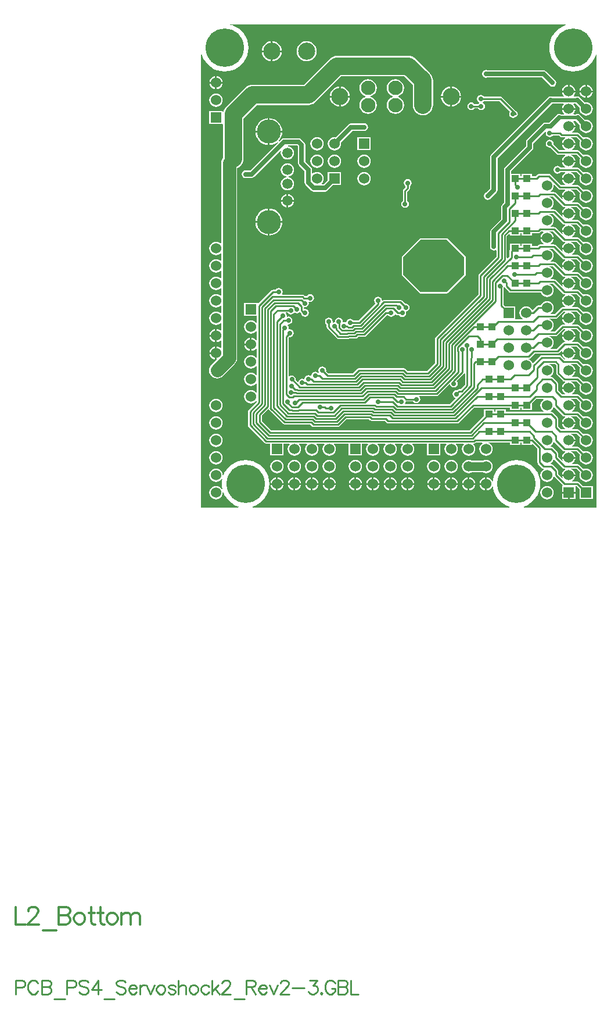
<source format=gbl>
%FSAX24Y24*%
%MOIN*%
G70*
G01*
G75*
G04 Layer_Physical_Order=2*
G04 Layer_Color=16711680*
G04:AMPARAMS|DCode=10|XSize=9.4mil|YSize=27.6mil|CornerRadius=2.4mil|HoleSize=0mil|Usage=FLASHONLY|Rotation=90.000|XOffset=0mil|YOffset=0mil|HoleType=Round|Shape=RoundedRectangle|*
%AMROUNDEDRECTD10*
21,1,0.0094,0.0228,0,0,90.0*
21,1,0.0047,0.0276,0,0,90.0*
1,1,0.0047,0.0114,0.0024*
1,1,0.0047,0.0114,-0.0024*
1,1,0.0047,-0.0114,-0.0024*
1,1,0.0047,-0.0114,0.0024*
%
%ADD10ROUNDEDRECTD10*%
%ADD11R,0.0661X0.0661*%
G04:AMPARAMS|DCode=12|XSize=9.4mil|YSize=27.6mil|CornerRadius=2.4mil|HoleSize=0mil|Usage=FLASHONLY|Rotation=180.000|XOffset=0mil|YOffset=0mil|HoleType=Round|Shape=RoundedRectangle|*
%AMROUNDEDRECTD12*
21,1,0.0094,0.0228,0,0,180.0*
21,1,0.0047,0.0276,0,0,180.0*
1,1,0.0047,-0.0024,0.0114*
1,1,0.0047,0.0024,0.0114*
1,1,0.0047,0.0024,-0.0114*
1,1,0.0047,-0.0024,-0.0114*
%
%ADD12ROUNDEDRECTD12*%
%ADD13R,0.0591X0.0512*%
%ADD14R,0.1100X0.0680*%
%ADD15R,0.0394X0.0433*%
%ADD16R,0.0433X0.0394*%
%ADD17R,0.0390X0.0430*%
%ADD18R,0.0591X0.1575*%
%ADD19R,0.0709X0.0630*%
%ADD20O,0.0118X0.0709*%
%ADD21O,0.0709X0.0118*%
%ADD22R,0.0472X0.0866*%
%ADD23R,0.1378X0.0866*%
%ADD24R,0.0472X0.1378*%
%ADD25R,0.0177X0.0354*%
%ADD26R,0.0430X0.0390*%
%ADD27C,0.0400*%
%ADD28R,0.0512X0.0591*%
%ADD29O,0.0768X0.0157*%
%ADD30R,0.0157X0.0532*%
%ADD31R,0.0748X0.0748*%
%ADD32R,0.0630X0.0551*%
%ADD33R,0.0709X0.0748*%
%ADD34C,0.0090*%
%ADD35C,0.0110*%
%ADD36C,0.0150*%
%ADD37C,0.0250*%
%ADD38C,0.0600*%
%ADD39C,0.0500*%
%ADD40C,0.0750*%
%ADD41C,0.1000*%
%ADD42C,0.0700*%
%ADD43C,0.0100*%
%ADD44C,0.0200*%
%ADD45C,0.0120*%
%ADD46R,0.0667X0.0672*%
%ADD47R,0.0840X0.0730*%
%ADD48R,0.1290X0.0830*%
%ADD49R,0.1050X0.2350*%
%ADD50R,0.1370X0.0930*%
%ADD51R,0.0600X0.0600*%
%ADD52C,0.0600*%
%ADD53C,0.0984*%
%ADD54C,0.0591*%
%ADD55C,0.1378*%
%ADD56C,0.2200*%
%ADD57C,0.0827*%
%ADD58C,0.0220*%
%ADD59C,0.0280*%
%ADD60C,0.0260*%
%ADD61C,0.0180*%
%ADD62C,0.0230*%
G36*
X054091Y081550D02*
X054078Y081547D01*
X053881Y081466D01*
X053698Y081354D01*
X053535Y081215D01*
X053396Y081052D01*
X053284Y080869D01*
X053203Y080672D01*
X053153Y080463D01*
X053136Y080250D01*
X053153Y080037D01*
X053203Y079828D01*
X053284Y079631D01*
X053396Y079448D01*
X053535Y079285D01*
X053698Y079146D01*
X053881Y079034D01*
X054078Y078953D01*
X054287Y078903D01*
X054500Y078886D01*
X054713Y078903D01*
X054922Y078953D01*
X055119Y079034D01*
X055302Y079146D01*
X055465Y079285D01*
X055604Y079448D01*
X055716Y079631D01*
X055797Y079828D01*
X055800Y079841D01*
X055850Y079835D01*
Y053900D01*
X051665D01*
X051659Y053950D01*
X051672Y053953D01*
X051869Y054034D01*
X052052Y054146D01*
X052215Y054285D01*
X052354Y054448D01*
X052466Y054631D01*
X052547Y054828D01*
X052597Y055037D01*
X052614Y055250D01*
X052597Y055463D01*
X052547Y055672D01*
X052466Y055869D01*
X052354Y056052D01*
X052215Y056215D01*
X052052Y056354D01*
X051869Y056466D01*
X051672Y056547D01*
X051463Y056597D01*
X051250Y056614D01*
X051037Y056597D01*
X050828Y056547D01*
X050631Y056466D01*
X050448Y056354D01*
X050285Y056215D01*
X050146Y056052D01*
X050034Y055869D01*
X049953Y055672D01*
X049903Y055463D01*
X049898Y055409D01*
X049849Y055401D01*
X049832Y055442D01*
X049771Y055521D01*
X049692Y055582D01*
X049599Y055620D01*
X049550Y055627D01*
Y055250D01*
Y054873D01*
X049599Y054880D01*
X049692Y054918D01*
X049771Y054979D01*
X049832Y055058D01*
X049849Y055099D01*
X049898Y055091D01*
X049903Y055037D01*
X049953Y054828D01*
X050034Y054631D01*
X050146Y054448D01*
X050285Y054285D01*
X050448Y054146D01*
X050631Y054034D01*
X050828Y053953D01*
X050841Y053950D01*
X050835Y053900D01*
X036115D01*
X036109Y053950D01*
X036122Y053953D01*
X036319Y054034D01*
X036502Y054146D01*
X036665Y054285D01*
X036804Y054448D01*
X036916Y054631D01*
X036997Y054828D01*
X037047Y055037D01*
X037064Y055250D01*
X037047Y055463D01*
X036997Y055672D01*
X036916Y055869D01*
X036804Y056052D01*
X036665Y056215D01*
X036502Y056354D01*
X036319Y056466D01*
X036122Y056547D01*
X035913Y056597D01*
X035700Y056614D01*
X035487Y056597D01*
X035278Y056547D01*
X035081Y056466D01*
X034898Y056354D01*
X034735Y056215D01*
X034596Y056052D01*
X034484Y055869D01*
X034433Y055744D01*
X034383Y055751D01*
X034370Y055849D01*
X034332Y055942D01*
X034271Y056021D01*
X034192Y056082D01*
X034099Y056120D01*
X034000Y056133D01*
X033901Y056120D01*
X033808Y056082D01*
X033729Y056021D01*
X033668Y055942D01*
X033630Y055849D01*
X033617Y055750D01*
X033630Y055651D01*
X033668Y055558D01*
X033729Y055479D01*
X033808Y055418D01*
X033901Y055380D01*
X034000Y055367D01*
X034099Y055380D01*
X034192Y055418D01*
X034271Y055479D01*
X034322Y055545D01*
X034367Y055524D01*
X034353Y055463D01*
X034336Y055250D01*
X034353Y055037D01*
X034367Y054976D01*
X034322Y054955D01*
X034271Y055021D01*
X034192Y055082D01*
X034099Y055120D01*
X034000Y055133D01*
X033901Y055120D01*
X033808Y055082D01*
X033729Y055021D01*
X033668Y054942D01*
X033630Y054849D01*
X033617Y054750D01*
X033630Y054651D01*
X033668Y054558D01*
X033729Y054479D01*
X033808Y054418D01*
X033901Y054380D01*
X034000Y054367D01*
X034099Y054380D01*
X034192Y054418D01*
X034271Y054479D01*
X034332Y054558D01*
X034370Y054651D01*
X034383Y054749D01*
X034433Y054756D01*
X034484Y054631D01*
X034596Y054448D01*
X034735Y054285D01*
X034898Y054146D01*
X035081Y054034D01*
X035278Y053953D01*
X035291Y053950D01*
X035285Y053900D01*
X033150D01*
Y079835D01*
X033200Y079841D01*
X033203Y079828D01*
X033284Y079631D01*
X033396Y079448D01*
X033535Y079285D01*
X033698Y079146D01*
X033881Y079034D01*
X034078Y078953D01*
X034287Y078903D01*
X034500Y078886D01*
X034713Y078903D01*
X034922Y078953D01*
X035119Y079034D01*
X035302Y079146D01*
X035465Y079285D01*
X035604Y079448D01*
X035716Y079631D01*
X035797Y079828D01*
X035847Y080037D01*
X035864Y080250D01*
X035847Y080463D01*
X035797Y080672D01*
X035716Y080869D01*
X035604Y081052D01*
X035465Y081215D01*
X035302Y081354D01*
X035119Y081466D01*
X034922Y081547D01*
X034713Y081597D01*
Y081597D01*
X034714Y081600D01*
X054085D01*
X054091Y081550D01*
D02*
G37*
%LPC*%
G36*
X047550Y055627D02*
Y055300D01*
X047877D01*
X047870Y055349D01*
X047832Y055442D01*
X047771Y055521D01*
X047692Y055582D01*
X047599Y055620D01*
X047550Y055627D01*
D02*
G37*
G36*
X046550D02*
Y055300D01*
X046877D01*
X046870Y055349D01*
X046832Y055442D01*
X046771Y055521D01*
X046692Y055582D01*
X046599Y055620D01*
X046550Y055627D01*
D02*
G37*
G36*
X047450D02*
X047401Y055620D01*
X047308Y055582D01*
X047229Y055521D01*
X047168Y055442D01*
X047130Y055349D01*
X047123Y055300D01*
X047450D01*
Y055627D01*
D02*
G37*
G36*
X049450D02*
X049401Y055620D01*
X049308Y055582D01*
X049229Y055521D01*
X049168Y055442D01*
X049130Y055349D01*
X049123Y055300D01*
X049450D01*
Y055627D01*
D02*
G37*
G36*
X037500Y056633D02*
X037401Y056620D01*
X037308Y056582D01*
X037229Y056521D01*
X037168Y056442D01*
X037130Y056349D01*
X037117Y056250D01*
X037130Y056151D01*
X037168Y056058D01*
X037229Y055979D01*
X037308Y055918D01*
X037401Y055880D01*
X037500Y055867D01*
X037599Y055880D01*
X037692Y055918D01*
X037771Y055979D01*
X037832Y056058D01*
X037870Y056151D01*
X037883Y056250D01*
X037870Y056349D01*
X037832Y056442D01*
X037771Y056521D01*
X037692Y056582D01*
X037599Y056620D01*
X037500Y056633D01*
D02*
G37*
G36*
X048450Y055627D02*
X048401Y055620D01*
X048308Y055582D01*
X048229Y055521D01*
X048168Y055442D01*
X048130Y055349D01*
X048123Y055300D01*
X048450D01*
Y055627D01*
D02*
G37*
G36*
X048550D02*
Y055300D01*
X048877D01*
X048870Y055349D01*
X048832Y055442D01*
X048771Y055521D01*
X048692Y055582D01*
X048599Y055620D01*
X048550Y055627D01*
D02*
G37*
G36*
X046450D02*
X046401Y055620D01*
X046308Y055582D01*
X046229Y055521D01*
X046168Y055442D01*
X046130Y055349D01*
X046123Y055300D01*
X046450D01*
Y055627D01*
D02*
G37*
G36*
X043050D02*
Y055300D01*
X043377D01*
X043370Y055349D01*
X043332Y055442D01*
X043271Y055521D01*
X043192Y055582D01*
X043099Y055620D01*
X043050Y055627D01*
D02*
G37*
G36*
X042950D02*
X042901Y055620D01*
X042808Y055582D01*
X042729Y055521D01*
X042668Y055442D01*
X042630Y055349D01*
X042623Y055300D01*
X042950D01*
Y055627D01*
D02*
G37*
G36*
X042050D02*
Y055300D01*
X042377D01*
X042370Y055349D01*
X042332Y055442D01*
X042271Y055521D01*
X042192Y055582D01*
X042099Y055620D01*
X042050Y055627D01*
D02*
G37*
G36*
X043950D02*
X043901Y055620D01*
X043808Y055582D01*
X043729Y055521D01*
X043668Y055442D01*
X043630Y055349D01*
X043623Y055300D01*
X043950D01*
Y055627D01*
D02*
G37*
G36*
X045050D02*
Y055300D01*
X045377D01*
X045370Y055349D01*
X045332Y055442D01*
X045271Y055521D01*
X045192Y055582D01*
X045099Y055620D01*
X045050Y055627D01*
D02*
G37*
G36*
X044950D02*
X044901Y055620D01*
X044808Y055582D01*
X044729Y055521D01*
X044668Y055442D01*
X044630Y055349D01*
X044623Y055300D01*
X044950D01*
Y055627D01*
D02*
G37*
G36*
X044050D02*
Y055300D01*
X044377D01*
X044370Y055349D01*
X044332Y055442D01*
X044271Y055521D01*
X044192Y055582D01*
X044099Y055620D01*
X044050Y055627D01*
D02*
G37*
G36*
X038500Y056633D02*
X038401Y056620D01*
X038308Y056582D01*
X038229Y056521D01*
X038168Y056442D01*
X038130Y056349D01*
X038117Y056250D01*
X038130Y056151D01*
X038168Y056058D01*
X038229Y055979D01*
X038308Y055918D01*
X038401Y055880D01*
X038500Y055867D01*
X038599Y055880D01*
X038692Y055918D01*
X038771Y055979D01*
X038832Y056058D01*
X038870Y056151D01*
X038883Y056250D01*
X038870Y056349D01*
X038832Y056442D01*
X038771Y056521D01*
X038692Y056582D01*
X038599Y056620D01*
X038500Y056633D01*
D02*
G37*
G36*
X034000Y058133D02*
X033901Y058120D01*
X033808Y058082D01*
X033729Y058021D01*
X033668Y057942D01*
X033630Y057849D01*
X033617Y057750D01*
X033630Y057651D01*
X033668Y057558D01*
X033729Y057479D01*
X033808Y057418D01*
X033901Y057380D01*
X034000Y057367D01*
X034099Y057380D01*
X034192Y057418D01*
X034271Y057479D01*
X034332Y057558D01*
X034370Y057651D01*
X034383Y057750D01*
X034370Y057849D01*
X034332Y057942D01*
X034271Y058021D01*
X034192Y058082D01*
X034099Y058120D01*
X034000Y058133D01*
D02*
G37*
G36*
X049500Y056633D02*
X049401Y056620D01*
X049311Y056583D01*
X048689D01*
X048599Y056620D01*
X048500Y056633D01*
X048401Y056620D01*
X048308Y056582D01*
X048229Y056521D01*
X048168Y056442D01*
X048130Y056349D01*
X048117Y056250D01*
X048130Y056151D01*
X048168Y056058D01*
X048229Y055979D01*
X048308Y055918D01*
X048401Y055880D01*
X048500Y055867D01*
X048599Y055880D01*
X048689Y055917D01*
X049311D01*
X049401Y055880D01*
X049500Y055867D01*
X049599Y055880D01*
X049692Y055918D01*
X049771Y055979D01*
X049832Y056058D01*
X049870Y056151D01*
X049883Y056250D01*
X049870Y056349D01*
X049832Y056442D01*
X049771Y056521D01*
X049692Y056582D01*
X049599Y056620D01*
X049500Y056633D01*
D02*
G37*
G36*
X034000Y057133D02*
X033901Y057120D01*
X033808Y057082D01*
X033729Y057021D01*
X033668Y056942D01*
X033630Y056849D01*
X033617Y056750D01*
X033630Y056651D01*
X033668Y056558D01*
X033729Y056479D01*
X033808Y056418D01*
X033901Y056380D01*
X034000Y056367D01*
X034099Y056380D01*
X034192Y056418D01*
X034271Y056479D01*
X034332Y056558D01*
X034370Y056651D01*
X034383Y056750D01*
X034370Y056849D01*
X034332Y056942D01*
X034271Y057021D01*
X034192Y057082D01*
X034099Y057120D01*
X034000Y057133D01*
D02*
G37*
G36*
Y059133D02*
X033901Y059120D01*
X033808Y059082D01*
X033729Y059021D01*
X033668Y058942D01*
X033630Y058849D01*
X033617Y058750D01*
X033630Y058651D01*
X033668Y058558D01*
X033729Y058479D01*
X033808Y058418D01*
X033901Y058380D01*
X034000Y058367D01*
X034099Y058380D01*
X034192Y058418D01*
X034271Y058479D01*
X034332Y058558D01*
X034370Y058651D01*
X034383Y058750D01*
X034370Y058849D01*
X034332Y058942D01*
X034271Y059021D01*
X034192Y059082D01*
X034099Y059120D01*
X034000Y059133D01*
D02*
G37*
G36*
X054200Y054700D02*
X053870D01*
Y054370D01*
X054200D01*
Y054700D01*
D02*
G37*
G36*
X054630D02*
X054300D01*
Y054370D01*
X054630D01*
Y054700D01*
D02*
G37*
G36*
X034000Y060133D02*
X033901Y060120D01*
X033808Y060082D01*
X033729Y060021D01*
X033668Y059942D01*
X033630Y059849D01*
X033617Y059750D01*
X033630Y059651D01*
X033668Y059558D01*
X033729Y059479D01*
X033808Y059418D01*
X033901Y059380D01*
X034000Y059367D01*
X034099Y059380D01*
X034192Y059418D01*
X034271Y059479D01*
X034332Y059558D01*
X034370Y059651D01*
X034383Y059750D01*
X034370Y059849D01*
X034332Y059942D01*
X034271Y060021D01*
X034192Y060082D01*
X034099Y060120D01*
X034000Y060133D01*
D02*
G37*
G36*
X047500Y056633D02*
X047401Y056620D01*
X047308Y056582D01*
X047229Y056521D01*
X047168Y056442D01*
X047130Y056349D01*
X047117Y056250D01*
X047130Y056151D01*
X047168Y056058D01*
X047229Y055979D01*
X047308Y055918D01*
X047401Y055880D01*
X047500Y055867D01*
X047599Y055880D01*
X047692Y055918D01*
X047771Y055979D01*
X047832Y056058D01*
X047870Y056151D01*
X047883Y056250D01*
X047870Y056349D01*
X047832Y056442D01*
X047771Y056521D01*
X047692Y056582D01*
X047599Y056620D01*
X047500Y056633D01*
D02*
G37*
G36*
X042000D02*
X041901Y056620D01*
X041808Y056582D01*
X041729Y056521D01*
X041668Y056442D01*
X041630Y056349D01*
X041617Y056250D01*
X041630Y056151D01*
X041668Y056058D01*
X041729Y055979D01*
X041808Y055918D01*
X041901Y055880D01*
X042000Y055867D01*
X042099Y055880D01*
X042192Y055918D01*
X042271Y055979D01*
X042332Y056058D01*
X042370Y056151D01*
X042383Y056250D01*
X042370Y056349D01*
X042332Y056442D01*
X042271Y056521D01*
X042192Y056582D01*
X042099Y056620D01*
X042000Y056633D01*
D02*
G37*
G36*
X040500D02*
X040401Y056620D01*
X040308Y056582D01*
X040229Y056521D01*
X040168Y056442D01*
X040130Y056349D01*
X040117Y056250D01*
X040130Y056151D01*
X040168Y056058D01*
X040229Y055979D01*
X040308Y055918D01*
X040401Y055880D01*
X040500Y055867D01*
X040599Y055880D01*
X040692Y055918D01*
X040771Y055979D01*
X040832Y056058D01*
X040870Y056151D01*
X040883Y056250D01*
X040870Y056349D01*
X040832Y056442D01*
X040771Y056521D01*
X040692Y056582D01*
X040599Y056620D01*
X040500Y056633D01*
D02*
G37*
G36*
X039500D02*
X039401Y056620D01*
X039308Y056582D01*
X039229Y056521D01*
X039168Y056442D01*
X039130Y056349D01*
X039117Y056250D01*
X039130Y056151D01*
X039168Y056058D01*
X039229Y055979D01*
X039308Y055918D01*
X039401Y055880D01*
X039500Y055867D01*
X039599Y055880D01*
X039692Y055918D01*
X039771Y055979D01*
X039832Y056058D01*
X039870Y056151D01*
X039883Y056250D01*
X039870Y056349D01*
X039832Y056442D01*
X039771Y056521D01*
X039692Y056582D01*
X039599Y056620D01*
X039500Y056633D01*
D02*
G37*
G36*
X043000D02*
X042901Y056620D01*
X042808Y056582D01*
X042729Y056521D01*
X042668Y056442D01*
X042630Y056349D01*
X042617Y056250D01*
X042630Y056151D01*
X042668Y056058D01*
X042729Y055979D01*
X042808Y055918D01*
X042901Y055880D01*
X043000Y055867D01*
X043099Y055880D01*
X043192Y055918D01*
X043271Y055979D01*
X043332Y056058D01*
X043370Y056151D01*
X043383Y056250D01*
X043370Y056349D01*
X043332Y056442D01*
X043271Y056521D01*
X043192Y056582D01*
X043099Y056620D01*
X043000Y056633D01*
D02*
G37*
G36*
X046500D02*
X046401Y056620D01*
X046308Y056582D01*
X046229Y056521D01*
X046168Y056442D01*
X046130Y056349D01*
X046117Y056250D01*
X046130Y056151D01*
X046168Y056058D01*
X046229Y055979D01*
X046308Y055918D01*
X046401Y055880D01*
X046500Y055867D01*
X046599Y055880D01*
X046692Y055918D01*
X046771Y055979D01*
X046832Y056058D01*
X046870Y056151D01*
X046883Y056250D01*
X046870Y056349D01*
X046832Y056442D01*
X046771Y056521D01*
X046692Y056582D01*
X046599Y056620D01*
X046500Y056633D01*
D02*
G37*
G36*
X045000D02*
X044901Y056620D01*
X044808Y056582D01*
X044729Y056521D01*
X044668Y056442D01*
X044630Y056349D01*
X044617Y056250D01*
X044630Y056151D01*
X044668Y056058D01*
X044729Y055979D01*
X044808Y055918D01*
X044901Y055880D01*
X045000Y055867D01*
X045099Y055880D01*
X045192Y055918D01*
X045271Y055979D01*
X045332Y056058D01*
X045370Y056151D01*
X045383Y056250D01*
X045370Y056349D01*
X045332Y056442D01*
X045271Y056521D01*
X045192Y056582D01*
X045099Y056620D01*
X045000Y056633D01*
D02*
G37*
G36*
X044000D02*
X043901Y056620D01*
X043808Y056582D01*
X043729Y056521D01*
X043668Y056442D01*
X043630Y056349D01*
X043617Y056250D01*
X043630Y056151D01*
X043668Y056058D01*
X043729Y055979D01*
X043808Y055918D01*
X043901Y055880D01*
X044000Y055867D01*
X044099Y055880D01*
X044192Y055918D01*
X044271Y055979D01*
X044332Y056058D01*
X044370Y056151D01*
X044383Y056250D01*
X044370Y056349D01*
X044332Y056442D01*
X044271Y056521D01*
X044192Y056582D01*
X044099Y056620D01*
X044000Y056633D01*
D02*
G37*
G36*
X041950Y055627D02*
X041901Y055620D01*
X041808Y055582D01*
X041729Y055521D01*
X041668Y055442D01*
X041630Y055349D01*
X041623Y055300D01*
X041950D01*
Y055627D01*
D02*
G37*
G36*
X042950Y055200D02*
X042623D01*
X042630Y055151D01*
X042668Y055058D01*
X042729Y054979D01*
X042808Y054918D01*
X042901Y054880D01*
X042950Y054873D01*
Y055200D01*
D02*
G37*
G36*
X042377D02*
X042050D01*
Y054873D01*
X042099Y054880D01*
X042192Y054918D01*
X042271Y054979D01*
X042332Y055058D01*
X042370Y055151D01*
X042377Y055200D01*
D02*
G37*
G36*
X041950D02*
X041623D01*
X041630Y055151D01*
X041668Y055058D01*
X041729Y054979D01*
X041808Y054918D01*
X041901Y054880D01*
X041950Y054873D01*
Y055200D01*
D02*
G37*
G36*
X043377D02*
X043050D01*
Y054873D01*
X043099Y054880D01*
X043192Y054918D01*
X043271Y054979D01*
X043332Y055058D01*
X043370Y055151D01*
X043377Y055200D01*
D02*
G37*
G36*
X044950D02*
X044623D01*
X044630Y055151D01*
X044668Y055058D01*
X044729Y054979D01*
X044808Y054918D01*
X044901Y054880D01*
X044950Y054873D01*
Y055200D01*
D02*
G37*
G36*
X044377D02*
X044050D01*
Y054873D01*
X044099Y054880D01*
X044192Y054918D01*
X044271Y054979D01*
X044332Y055058D01*
X044370Y055151D01*
X044377Y055200D01*
D02*
G37*
G36*
X043950D02*
X043623D01*
X043630Y055151D01*
X043668Y055058D01*
X043729Y054979D01*
X043808Y054918D01*
X043901Y054880D01*
X043950Y054873D01*
Y055200D01*
D02*
G37*
G36*
X040877D02*
X040550D01*
Y054873D01*
X040599Y054880D01*
X040692Y054918D01*
X040771Y054979D01*
X040832Y055058D01*
X040870Y055151D01*
X040877Y055200D01*
D02*
G37*
G36*
X038450D02*
X038123D01*
X038130Y055151D01*
X038168Y055058D01*
X038229Y054979D01*
X038308Y054918D01*
X038401Y054880D01*
X038450Y054873D01*
Y055200D01*
D02*
G37*
G36*
X037877D02*
X037550D01*
Y054873D01*
X037599Y054880D01*
X037692Y054918D01*
X037771Y054979D01*
X037832Y055058D01*
X037870Y055151D01*
X037877Y055200D01*
D02*
G37*
G36*
X037450D02*
X037123D01*
X037130Y055151D01*
X037168Y055058D01*
X037229Y054979D01*
X037308Y054918D01*
X037401Y054880D01*
X037450Y054873D01*
Y055200D01*
D02*
G37*
G36*
X038877D02*
X038550D01*
Y054873D01*
X038599Y054880D01*
X038692Y054918D01*
X038771Y054979D01*
X038832Y055058D01*
X038870Y055151D01*
X038877Y055200D01*
D02*
G37*
G36*
X040450D02*
X040123D01*
X040130Y055151D01*
X040168Y055058D01*
X040229Y054979D01*
X040308Y054918D01*
X040401Y054880D01*
X040450Y054873D01*
Y055200D01*
D02*
G37*
G36*
X039877D02*
X039550D01*
Y054873D01*
X039599Y054880D01*
X039692Y054918D01*
X039771Y054979D01*
X039832Y055058D01*
X039870Y055151D01*
X039877Y055200D01*
D02*
G37*
G36*
X039450D02*
X039123D01*
X039130Y055151D01*
X039168Y055058D01*
X039229Y054979D01*
X039308Y054918D01*
X039401Y054880D01*
X039450Y054873D01*
Y055200D01*
D02*
G37*
G36*
X045377D02*
X045050D01*
Y054873D01*
X045099Y054880D01*
X045192Y054918D01*
X045271Y054979D01*
X045332Y055058D01*
X045370Y055151D01*
X045377Y055200D01*
D02*
G37*
G36*
X038550Y055627D02*
Y055300D01*
X038877D01*
X038870Y055349D01*
X038832Y055442D01*
X038771Y055521D01*
X038692Y055582D01*
X038599Y055620D01*
X038550Y055627D01*
D02*
G37*
G36*
X038450D02*
X038401Y055620D01*
X038308Y055582D01*
X038229Y055521D01*
X038168Y055442D01*
X038130Y055349D01*
X038123Y055300D01*
X038450D01*
Y055627D01*
D02*
G37*
G36*
X037550D02*
Y055300D01*
X037877D01*
X037870Y055349D01*
X037832Y055442D01*
X037771Y055521D01*
X037692Y055582D01*
X037599Y055620D01*
X037550Y055627D01*
D02*
G37*
G36*
X039450D02*
X039401Y055620D01*
X039308Y055582D01*
X039229Y055521D01*
X039168Y055442D01*
X039130Y055349D01*
X039123Y055300D01*
X039450D01*
Y055627D01*
D02*
G37*
G36*
X040550D02*
Y055300D01*
X040877D01*
X040870Y055349D01*
X040832Y055442D01*
X040771Y055521D01*
X040692Y055582D01*
X040599Y055620D01*
X040550Y055627D01*
D02*
G37*
G36*
X040450D02*
X040401Y055620D01*
X040308Y055582D01*
X040229Y055521D01*
X040168Y055442D01*
X040130Y055349D01*
X040123Y055300D01*
X040450D01*
Y055627D01*
D02*
G37*
G36*
X039550D02*
Y055300D01*
X039877D01*
X039870Y055349D01*
X039832Y055442D01*
X039771Y055521D01*
X039692Y055582D01*
X039599Y055620D01*
X039550Y055627D01*
D02*
G37*
G36*
X037450D02*
X037401Y055620D01*
X037308Y055582D01*
X037229Y055521D01*
X037168Y055442D01*
X037130Y055349D01*
X037123Y055300D01*
X037450D01*
Y055627D01*
D02*
G37*
G36*
X047450Y055200D02*
X047123D01*
X047130Y055151D01*
X047168Y055058D01*
X047229Y054979D01*
X047308Y054918D01*
X047401Y054880D01*
X047450Y054873D01*
Y055200D01*
D02*
G37*
G36*
X046877D02*
X046550D01*
Y054873D01*
X046599Y054880D01*
X046692Y054918D01*
X046771Y054979D01*
X046832Y055058D01*
X046870Y055151D01*
X046877Y055200D01*
D02*
G37*
G36*
X046450D02*
X046123D01*
X046130Y055151D01*
X046168Y055058D01*
X046229Y054979D01*
X046308Y054918D01*
X046401Y054880D01*
X046450Y054873D01*
Y055200D01*
D02*
G37*
G36*
X047877D02*
X047550D01*
Y054873D01*
X047599Y054880D01*
X047692Y054918D01*
X047771Y054979D01*
X047832Y055058D01*
X047870Y055151D01*
X047877Y055200D01*
D02*
G37*
G36*
X049450D02*
X049123D01*
X049130Y055151D01*
X049168Y055058D01*
X049229Y054979D01*
X049308Y054918D01*
X049401Y054880D01*
X049450Y054873D01*
Y055200D01*
D02*
G37*
G36*
X048877D02*
X048550D01*
Y054873D01*
X048599Y054880D01*
X048692Y054918D01*
X048771Y054979D01*
X048832Y055058D01*
X048870Y055151D01*
X048877Y055200D01*
D02*
G37*
G36*
X048450D02*
X048123D01*
X048130Y055151D01*
X048168Y055058D01*
X048229Y054979D01*
X048308Y054918D01*
X048401Y054880D01*
X048450Y054873D01*
Y055200D01*
D02*
G37*
G36*
X055200Y077700D02*
X054873D01*
X054880Y077651D01*
X054918Y077558D01*
X054979Y077479D01*
X055058Y077418D01*
X055151Y077380D01*
X055200Y077373D01*
Y077700D01*
D02*
G37*
G36*
X048059Y077400D02*
X047539D01*
Y076880D01*
X047638Y076893D01*
X047778Y076950D01*
X047897Y077042D01*
X047989Y077161D01*
X048046Y077301D01*
X048059Y077400D01*
D02*
G37*
G36*
X047439D02*
X046919D01*
X046932Y077301D01*
X046989Y077161D01*
X047081Y077042D01*
X047200Y076950D01*
X047340Y076893D01*
X047439Y076880D01*
Y077400D01*
D02*
G37*
G36*
X055627Y077700D02*
X055300D01*
Y077373D01*
X055349Y077380D01*
X055442Y077418D01*
X055521Y077479D01*
X055582Y077558D01*
X055620Y077651D01*
X055627Y077700D01*
D02*
G37*
G36*
X041161Y078020D02*
Y077500D01*
X041681D01*
X041668Y077599D01*
X041611Y077739D01*
X041519Y077858D01*
X041400Y077950D01*
X041260Y078007D01*
X041161Y078020D01*
D02*
G37*
G36*
X041061D02*
X040962Y078007D01*
X040822Y077950D01*
X040703Y077858D01*
X040611Y077739D01*
X040554Y077599D01*
X040541Y077500D01*
X041061D01*
Y078020D01*
D02*
G37*
G36*
X054627Y077700D02*
X053873D01*
X053880Y077651D01*
X053918Y077558D01*
X053968Y077494D01*
X053946Y077449D01*
X053251D01*
X053200Y077459D01*
X053120Y077443D01*
X053052Y077398D01*
X049803Y074149D01*
X049758Y074081D01*
X049742Y074001D01*
X049742Y074001D01*
Y072188D01*
X049507Y071952D01*
X049441Y071909D01*
X049393Y071836D01*
X049376Y071750D01*
X049393Y071664D01*
X049441Y071591D01*
X049514Y071543D01*
X049600Y071526D01*
X049686Y071543D01*
X049759Y071591D01*
X049802Y071657D01*
X050099Y071953D01*
X050099Y071953D01*
X050144Y072021D01*
X050160Y072101D01*
X050160Y072101D01*
Y073915D01*
X053297Y077051D01*
X053946D01*
X053968Y077006D01*
X053918Y076942D01*
X053880Y076849D01*
X053873Y076800D01*
X054627D01*
X054620Y076849D01*
X054582Y076942D01*
X054521Y077021D01*
X054531Y077051D01*
X054653D01*
X054877Y076827D01*
X054867Y076750D01*
X054880Y076651D01*
X054918Y076558D01*
X054979Y076479D01*
X055058Y076418D01*
X055151Y076380D01*
X055250Y076367D01*
X055349Y076380D01*
X055442Y076418D01*
X055521Y076479D01*
X055582Y076558D01*
X055620Y076651D01*
X055633Y076750D01*
X055620Y076849D01*
X055582Y076942D01*
X055521Y077021D01*
X055442Y077082D01*
X055349Y077120D01*
X055250Y077133D01*
X055173Y077123D01*
X054898Y077398D01*
X054830Y077443D01*
X054750Y077459D01*
X054699Y077449D01*
X054554D01*
X054532Y077494D01*
X054582Y077558D01*
X054620Y077651D01*
X054627Y077700D01*
D02*
G37*
G36*
X041681Y077400D02*
X041161D01*
Y076880D01*
X041260Y076893D01*
X041400Y076950D01*
X041519Y077042D01*
X041611Y077161D01*
X041668Y077301D01*
X041681Y077400D01*
D02*
G37*
G36*
X054627Y076700D02*
X053873D01*
X053880Y076651D01*
X053918Y076558D01*
X053979Y076479D01*
X053983Y076476D01*
X053967Y076429D01*
X053789D01*
X053775Y076438D01*
X053695Y076454D01*
X053615Y076438D01*
X053547Y076393D01*
X053113Y075959D01*
X052900D01*
X052820Y075943D01*
X052752Y075898D01*
X052752Y075898D01*
X051852Y074998D01*
X051807Y074930D01*
X051791Y074850D01*
X051791Y074850D01*
Y074605D01*
X050592Y073407D01*
X050547Y073339D01*
X050531Y073259D01*
X050531Y073259D01*
Y071370D01*
X050428Y071267D01*
X050382Y071199D01*
X050366Y071119D01*
X050366Y071119D01*
Y070427D01*
X049802Y069863D01*
X049757Y069795D01*
X049741Y069715D01*
X049741Y069715D01*
Y068927D01*
X049726Y068850D01*
X049743Y068764D01*
X049791Y068691D01*
X049864Y068643D01*
X049950Y068626D01*
X050036Y068643D01*
X050048Y068651D01*
X050093Y068628D01*
Y068283D01*
X049095Y067285D01*
X049067Y067244D01*
X049058Y067195D01*
Y066118D01*
X046605Y063665D01*
X046577Y063624D01*
X046568Y063575D01*
Y062347D01*
X046573Y062322D01*
Y062186D01*
X046114Y061727D01*
X044984D01*
X044877Y061835D01*
X044835Y061863D01*
X044786Y061872D01*
X042195D01*
X042146Y061863D01*
X042105Y061835D01*
X041857Y061587D01*
X040443D01*
X040317Y061713D01*
X040324Y061750D01*
X040307Y061836D01*
X040259Y061909D01*
X040186Y061957D01*
X040100Y061974D01*
X040014Y061957D01*
X039941Y061909D01*
X039893Y061836D01*
X039876Y061750D01*
X039893Y061664D01*
X039921Y061622D01*
X039912Y061605D01*
X039863Y061603D01*
X039859Y061609D01*
X039786Y061657D01*
X039700Y061674D01*
X039614Y061657D01*
X039541Y061609D01*
X039493Y061536D01*
X039476Y061450D01*
X039415Y061438D01*
X039386Y061457D01*
X039300Y061474D01*
X039214Y061457D01*
X039141Y061409D01*
X039093Y061336D01*
X039076Y061250D01*
D01*
X039036Y061257D01*
X039036Y061257D01*
X039036Y061257D01*
X038950Y061274D01*
X038864Y061257D01*
X038791Y061209D01*
X038743Y061136D01*
X038737Y061106D01*
X038689Y061091D01*
X038577Y061203D01*
X038584Y061240D01*
X038567Y061326D01*
X038519Y061399D01*
X038446Y061447D01*
X038360Y061464D01*
X038274Y061447D01*
X038217Y061409D01*
X038172Y061432D01*
Y063640D01*
X038211Y063671D01*
X038240Y063666D01*
X038326Y063683D01*
X038399Y063731D01*
X038447Y063804D01*
X038464Y063890D01*
X038447Y063976D01*
X038399Y064049D01*
X038326Y064097D01*
X038240Y064114D01*
X038198Y064106D01*
X038163Y064141D01*
X038174Y064200D01*
X038157Y064286D01*
X038115Y064348D01*
X038143Y064390D01*
X038161Y064386D01*
X038247Y064404D01*
X038319Y064452D01*
X038368Y064525D01*
X038385Y064611D01*
X038368Y064697D01*
X038319Y064769D01*
X038247Y064818D01*
X038161Y064835D01*
X038097Y064823D01*
X038062Y064858D01*
X038069Y064895D01*
X038052Y064981D01*
X038004Y065054D01*
X038009Y065073D01*
X038104D01*
X038131Y065031D01*
X038204Y064983D01*
X038290Y064966D01*
X038376Y064983D01*
X038449Y065031D01*
X038470Y065063D01*
X038519Y065073D01*
X038564Y065043D01*
X038650Y065026D01*
X038736Y065043D01*
X038809Y065091D01*
X038868Y065052D01*
X038890Y065030D01*
X038903Y064964D01*
X038951Y064891D01*
X039024Y064843D01*
X039110Y064826D01*
X039196Y064843D01*
X039269Y064891D01*
X039317Y064964D01*
X039334Y065050D01*
X039317Y065136D01*
X039269Y065209D01*
X039196Y065257D01*
X039110Y065274D01*
X039081Y065269D01*
X039042Y065300D01*
Y065348D01*
X039081Y065379D01*
X039100Y065376D01*
X039186Y065393D01*
X039259Y065441D01*
X039307Y065514D01*
X039324Y065600D01*
X039314Y065650D01*
X039350Y065686D01*
X039400Y065676D01*
X039486Y065693D01*
X039559Y065741D01*
X039607Y065814D01*
X039624Y065900D01*
X039607Y065986D01*
X039559Y066059D01*
X039486Y066107D01*
X039400Y066124D01*
X039314Y066107D01*
X039241Y066059D01*
X039221Y066027D01*
X039093D01*
X039061Y066060D01*
X039019Y066088D01*
X038970Y066097D01*
X037816D01*
X037792Y066142D01*
X037807Y066164D01*
X037824Y066250D01*
X037807Y066336D01*
X037759Y066409D01*
X037686Y066457D01*
X037600Y066474D01*
X037514Y066457D01*
X037441Y066409D01*
X037421Y066377D01*
X037274D01*
X037225Y066368D01*
X037183Y066340D01*
X036426Y065583D01*
X036380Y065602D01*
Y065630D01*
X035620D01*
Y064870D01*
X036343D01*
Y064506D01*
X036295Y064489D01*
X036271Y064521D01*
X036192Y064582D01*
X036099Y064620D01*
X036000Y064633D01*
X035901Y064620D01*
X035808Y064582D01*
X035729Y064521D01*
X035668Y064442D01*
X035630Y064349D01*
X035617Y064250D01*
X035630Y064151D01*
X035668Y064058D01*
X035729Y063979D01*
X035808Y063918D01*
X035901Y063880D01*
X036000Y063867D01*
X036099Y063880D01*
X036192Y063918D01*
X036271Y063979D01*
X036295Y064011D01*
X036343Y063994D01*
Y063506D01*
X036295Y063489D01*
X036271Y063521D01*
X036192Y063582D01*
X036099Y063620D01*
X036050Y063627D01*
Y063250D01*
Y062873D01*
X036099Y062880D01*
X036192Y062918D01*
X036271Y062979D01*
X036295Y063011D01*
X036343Y062994D01*
Y062506D01*
X036295Y062490D01*
X036271Y062521D01*
X036192Y062582D01*
X036099Y062620D01*
X036000Y062633D01*
X035901Y062620D01*
X035808Y062582D01*
X035729Y062521D01*
X035668Y062442D01*
X035630Y062349D01*
X035617Y062250D01*
X035630Y062151D01*
X035668Y062058D01*
X035729Y061979D01*
X035808Y061918D01*
X035901Y061880D01*
X036000Y061867D01*
X036099Y061880D01*
X036192Y061918D01*
X036271Y061979D01*
X036295Y062010D01*
X036343Y061994D01*
Y061506D01*
X036295Y061490D01*
X036271Y061521D01*
X036192Y061582D01*
X036099Y061620D01*
X036000Y061633D01*
X035901Y061620D01*
X035808Y061582D01*
X035729Y061521D01*
X035668Y061442D01*
X035630Y061349D01*
X035617Y061250D01*
X035630Y061151D01*
X035668Y061058D01*
X035729Y060979D01*
X035808Y060918D01*
X035901Y060880D01*
X036000Y060867D01*
X036099Y060880D01*
X036192Y060918D01*
X036271Y060979D01*
X036295Y061010D01*
X036343Y060994D01*
Y060506D01*
X036295Y060490D01*
X036271Y060521D01*
X036192Y060582D01*
X036099Y060620D01*
X036000Y060633D01*
X035901Y060620D01*
X035808Y060582D01*
X035729Y060521D01*
X035668Y060442D01*
X035630Y060349D01*
X035617Y060250D01*
X035630Y060151D01*
X035668Y060058D01*
X035729Y059979D01*
X035808Y059918D01*
X035901Y059880D01*
X036000Y059867D01*
X036099Y059880D01*
X036192Y059918D01*
X036271Y059979D01*
X036295Y060010D01*
X036320Y060002D01*
X036332Y059953D01*
X035870Y059491D01*
X035842Y059450D01*
X035833Y059401D01*
Y058609D01*
X035833Y058609D01*
X035833D01*
X035842Y058560D01*
X035870Y058519D01*
X036789Y057600D01*
X036830Y057572D01*
X036879Y057563D01*
X037120D01*
Y056870D01*
X037880D01*
Y057563D01*
X038204D01*
X038226Y057518D01*
X038168Y057442D01*
X038130Y057349D01*
X038117Y057250D01*
X038130Y057151D01*
X038168Y057058D01*
X038229Y056979D01*
X038308Y056918D01*
X038401Y056880D01*
X038500Y056867D01*
X038599Y056880D01*
X038692Y056918D01*
X038771Y056979D01*
X038832Y057058D01*
X038870Y057151D01*
X038883Y057250D01*
X038870Y057349D01*
X038832Y057442D01*
X038771Y057521D01*
X038785Y057563D01*
X039204D01*
X039226Y057518D01*
X039168Y057442D01*
X039130Y057349D01*
X039117Y057250D01*
X039130Y057151D01*
X039168Y057058D01*
X039229Y056979D01*
X039308Y056918D01*
X039401Y056880D01*
X039500Y056867D01*
X039599Y056880D01*
X039692Y056918D01*
X039771Y056979D01*
X039832Y057058D01*
X039870Y057151D01*
X039883Y057250D01*
X039870Y057349D01*
X039832Y057442D01*
X039771Y057521D01*
X039785Y057563D01*
X040204D01*
X040226Y057518D01*
X040168Y057442D01*
X040130Y057349D01*
X040117Y057250D01*
X040130Y057151D01*
X040168Y057058D01*
X040229Y056979D01*
X040308Y056918D01*
X040401Y056880D01*
X040500Y056867D01*
X040599Y056880D01*
X040692Y056918D01*
X040771Y056979D01*
X040832Y057058D01*
X040870Y057151D01*
X040883Y057250D01*
X040870Y057349D01*
X040832Y057442D01*
X040771Y057521D01*
X040785Y057563D01*
X041620D01*
Y056870D01*
X042380D01*
Y057563D01*
X042704D01*
X042726Y057518D01*
X042668Y057442D01*
X042630Y057349D01*
X042617Y057250D01*
X042630Y057151D01*
X042668Y057058D01*
X042729Y056979D01*
X042808Y056918D01*
X042901Y056880D01*
X043000Y056867D01*
X043099Y056880D01*
X043192Y056918D01*
X043271Y056979D01*
X043332Y057058D01*
X043370Y057151D01*
X043383Y057250D01*
X043370Y057349D01*
X043332Y057442D01*
X043271Y057521D01*
X043285Y057563D01*
X043704D01*
X043726Y057518D01*
X043668Y057442D01*
X043630Y057349D01*
X043617Y057250D01*
X043630Y057151D01*
X043668Y057058D01*
X043729Y056979D01*
X043808Y056918D01*
X043901Y056880D01*
X044000Y056867D01*
X044099Y056880D01*
X044192Y056918D01*
X044271Y056979D01*
X044332Y057058D01*
X044370Y057151D01*
X044383Y057250D01*
X044370Y057349D01*
X044332Y057442D01*
X044271Y057521D01*
X044285Y057563D01*
X044704D01*
X044726Y057518D01*
X044668Y057442D01*
X044630Y057349D01*
X044617Y057250D01*
X044630Y057151D01*
X044668Y057058D01*
X044729Y056979D01*
X044808Y056918D01*
X044901Y056880D01*
X045000Y056867D01*
X045099Y056880D01*
X045192Y056918D01*
X045271Y056979D01*
X045332Y057058D01*
X045370Y057151D01*
X045383Y057250D01*
X045370Y057349D01*
X045332Y057442D01*
X045271Y057521D01*
X045285Y057563D01*
X046120D01*
Y056870D01*
X046880D01*
Y057563D01*
X047204D01*
X047226Y057518D01*
X047168Y057442D01*
X047130Y057349D01*
X047117Y057250D01*
X047130Y057151D01*
X047168Y057058D01*
X047229Y056979D01*
X047308Y056918D01*
X047401Y056880D01*
X047500Y056867D01*
X047599Y056880D01*
X047692Y056918D01*
X047771Y056979D01*
X047832Y057058D01*
X047870Y057151D01*
X047883Y057250D01*
X047870Y057349D01*
X047832Y057442D01*
X047771Y057521D01*
X047785Y057563D01*
X048204D01*
X048226Y057518D01*
X048168Y057442D01*
X048130Y057349D01*
X048117Y057250D01*
X048130Y057151D01*
X048168Y057058D01*
X048229Y056979D01*
X048308Y056918D01*
X048401Y056880D01*
X048500Y056867D01*
X048599Y056880D01*
X048692Y056918D01*
X048771Y056979D01*
X048832Y057058D01*
X048870Y057151D01*
X048883Y057250D01*
X048870Y057349D01*
X048832Y057442D01*
X048771Y057521D01*
X048785Y057563D01*
X048800D01*
X048849Y057572D01*
X048890Y057600D01*
X048913Y057623D01*
X049284D01*
X049300Y057575D01*
X049229Y057521D01*
X049168Y057442D01*
X049130Y057349D01*
X049117Y057250D01*
X049130Y057151D01*
X049168Y057058D01*
X049229Y056979D01*
X049308Y056918D01*
X049401Y056880D01*
X049500Y056867D01*
X049599Y056880D01*
X049692Y056918D01*
X049771Y056979D01*
X049832Y057058D01*
X049870Y057151D01*
X049883Y057250D01*
X049870Y057349D01*
X049832Y057442D01*
X049771Y057521D01*
X049692Y057582D01*
X049599Y057620D01*
Y057620D01*
X049599Y057623D01*
X050870D01*
Y057475D01*
X051460D01*
Y057623D01*
X051540D01*
Y057475D01*
X052130D01*
Y057525D01*
X052176Y057544D01*
X052453Y057267D01*
Y056951D01*
X052448Y056926D01*
Y056475D01*
X052448Y056475D01*
X052448D01*
X052457Y056426D01*
X052485Y056385D01*
X052710Y056160D01*
X052751Y056132D01*
X052789Y056125D01*
X052801Y056076D01*
X052729Y056021D01*
X052668Y055942D01*
X052630Y055849D01*
X052617Y055750D01*
X052630Y055651D01*
X052668Y055558D01*
X052729Y055479D01*
X052808Y055418D01*
X052901Y055380D01*
X053000Y055367D01*
X053099Y055380D01*
X053192Y055418D01*
X053271Y055479D01*
X053332Y055558D01*
X053367Y055644D01*
X053416Y055653D01*
X053894Y055176D01*
X053874Y055130D01*
X053870D01*
Y054800D01*
X054630D01*
Y055123D01*
X054697D01*
X054870Y054950D01*
Y054370D01*
X055630D01*
Y055130D01*
X055050D01*
X054840Y055340D01*
X054799Y055368D01*
X054750Y055377D01*
X054466D01*
X054450Y055425D01*
X054521Y055479D01*
X054582Y055558D01*
X054620Y055651D01*
X054627Y055700D01*
X053873D01*
X053880Y055651D01*
X053902Y055598D01*
X053860Y055570D01*
X053627Y055803D01*
Y056000D01*
X053618Y056049D01*
X053590Y056090D01*
X053340Y056340D01*
X053299Y056368D01*
X053250Y056377D01*
X053216D01*
X053200Y056425D01*
X053271Y056479D01*
X053332Y056558D01*
X053367Y056644D01*
X053416Y056653D01*
X053910Y056160D01*
X053951Y056132D01*
X054000Y056123D01*
X054034D01*
X054050Y056075D01*
X053979Y056021D01*
X053918Y055942D01*
X053880Y055849D01*
X053873Y055800D01*
X054627D01*
X054620Y055849D01*
X054582Y055942D01*
X054521Y056021D01*
X054442Y056082D01*
X054349Y056120D01*
Y056120D01*
X054349Y056123D01*
X054697D01*
X054906Y055913D01*
X054880Y055849D01*
X054867Y055750D01*
X054880Y055651D01*
X054918Y055558D01*
X054979Y055479D01*
X055058Y055418D01*
X055151Y055380D01*
X055250Y055367D01*
X055349Y055380D01*
X055442Y055418D01*
X055521Y055479D01*
X055582Y055558D01*
X055620Y055651D01*
X055633Y055750D01*
X055620Y055849D01*
X055582Y055942D01*
X055521Y056021D01*
X055442Y056082D01*
X055349Y056120D01*
X055250Y056133D01*
X055151Y056120D01*
X055087Y056094D01*
X054840Y056340D01*
X054799Y056368D01*
X054750Y056377D01*
X054466D01*
X054450Y056425D01*
X054521Y056479D01*
X054582Y056558D01*
X054620Y056651D01*
X054627Y056700D01*
X053873D01*
X053880Y056651D01*
X053902Y056598D01*
X053860Y056570D01*
X053627Y056803D01*
Y057000D01*
X053618Y057049D01*
X053590Y057090D01*
X053340Y057340D01*
X053299Y057368D01*
X053250Y057377D01*
X053216D01*
X053200Y057425D01*
X053271Y057479D01*
X053332Y057558D01*
X053367Y057644D01*
X053416Y057653D01*
X053910Y057160D01*
X053951Y057132D01*
X054000Y057123D01*
X054034D01*
X054050Y057075D01*
X053979Y057021D01*
X053918Y056942D01*
X053880Y056849D01*
X053873Y056800D01*
X054627D01*
X054620Y056849D01*
X054582Y056942D01*
X054521Y057021D01*
X054442Y057082D01*
X054349Y057120D01*
Y057120D01*
X054349Y057123D01*
X054697D01*
X054906Y056913D01*
X054880Y056849D01*
X054867Y056750D01*
X054880Y056651D01*
X054918Y056558D01*
X054979Y056479D01*
X055058Y056418D01*
X055151Y056380D01*
X055250Y056367D01*
X055349Y056380D01*
X055442Y056418D01*
X055521Y056479D01*
X055582Y056558D01*
X055620Y056651D01*
X055633Y056750D01*
X055620Y056849D01*
X055582Y056942D01*
X055521Y057021D01*
X055442Y057082D01*
X055349Y057120D01*
X055250Y057133D01*
X055151Y057120D01*
X055087Y057094D01*
X054840Y057340D01*
X054799Y057368D01*
X054750Y057377D01*
X054466D01*
X054450Y057425D01*
X054521Y057479D01*
X054582Y057558D01*
X054620Y057651D01*
X054627Y057700D01*
X054250D01*
Y057800D01*
X054627D01*
X054620Y057849D01*
X054582Y057942D01*
X054521Y058021D01*
X054442Y058082D01*
X054349Y058120D01*
Y058120D01*
X054349Y058123D01*
X054697D01*
X054906Y057913D01*
X054880Y057849D01*
X054867Y057750D01*
X054880Y057651D01*
X054918Y057558D01*
X054979Y057479D01*
X055058Y057418D01*
X055151Y057380D01*
X055250Y057367D01*
X055349Y057380D01*
X055442Y057418D01*
X055521Y057479D01*
X055582Y057558D01*
X055620Y057651D01*
X055633Y057750D01*
X055620Y057849D01*
X055582Y057942D01*
X055521Y058021D01*
X055442Y058082D01*
X055349Y058120D01*
X055250Y058133D01*
X055151Y058120D01*
X055087Y058094D01*
X054840Y058340D01*
X054799Y058368D01*
X054750Y058377D01*
X054466D01*
X054450Y058425D01*
X054521Y058479D01*
X054582Y058558D01*
X054620Y058651D01*
X054627Y058700D01*
X053873D01*
X053880Y058651D01*
X053918Y058558D01*
X053979Y058479D01*
X054050Y058425D01*
X054034Y058377D01*
X053803D01*
X053627Y058553D01*
Y059000D01*
X053618Y059049D01*
X053590Y059090D01*
X053340Y059340D01*
X053299Y059368D01*
X053250Y059377D01*
X053216D01*
X053200Y059425D01*
X053271Y059479D01*
X053332Y059558D01*
X053367Y059644D01*
X053416Y059653D01*
X053910Y059160D01*
X053951Y059132D01*
X054000Y059123D01*
X054034D01*
X054050Y059075D01*
X053979Y059021D01*
X053918Y058942D01*
X053880Y058849D01*
X053873Y058800D01*
X054627D01*
X054620Y058849D01*
X054582Y058942D01*
X054521Y059021D01*
X054442Y059082D01*
X054349Y059120D01*
Y059120D01*
X054349Y059123D01*
X054697D01*
X054906Y058913D01*
X054880Y058849D01*
X054867Y058750D01*
X054880Y058651D01*
X054918Y058558D01*
X054979Y058479D01*
X055058Y058418D01*
X055151Y058380D01*
X055250Y058367D01*
X055349Y058380D01*
X055442Y058418D01*
X055521Y058479D01*
X055582Y058558D01*
X055620Y058651D01*
X055633Y058750D01*
X055620Y058849D01*
X055582Y058942D01*
X055521Y059021D01*
X055442Y059082D01*
X055349Y059120D01*
X055250Y059133D01*
X055151Y059120D01*
X055087Y059094D01*
X054840Y059340D01*
X054799Y059368D01*
X054750Y059377D01*
X054466D01*
X054450Y059425D01*
X054521Y059479D01*
X054582Y059558D01*
X054620Y059651D01*
X054627Y059700D01*
X054250D01*
Y059800D01*
X054627D01*
X054620Y059849D01*
X054582Y059942D01*
X054521Y060021D01*
X054442Y060082D01*
X054349Y060120D01*
Y060120D01*
X054349Y060123D01*
X054697D01*
X054906Y059913D01*
X054880Y059849D01*
X054867Y059750D01*
X054880Y059651D01*
X054918Y059558D01*
X054979Y059479D01*
X055058Y059418D01*
X055151Y059380D01*
X055250Y059367D01*
X055349Y059380D01*
X055442Y059418D01*
X055521Y059479D01*
X055582Y059558D01*
X055620Y059651D01*
X055633Y059750D01*
X055620Y059849D01*
X055582Y059942D01*
X055521Y060021D01*
X055442Y060082D01*
X055349Y060120D01*
X055250Y060133D01*
X055151Y060120D01*
X055087Y060094D01*
X054840Y060340D01*
X054799Y060368D01*
X054750Y060377D01*
X054466D01*
X054450Y060425D01*
X054521Y060479D01*
X054582Y060558D01*
X054620Y060651D01*
X054627Y060700D01*
X053873D01*
X053880Y060651D01*
X053918Y060558D01*
X053979Y060479D01*
X054050Y060425D01*
X054034Y060377D01*
X053853D01*
X053627Y060603D01*
Y061000D01*
X053618Y061049D01*
X053590Y061090D01*
X053340Y061340D01*
X053299Y061368D01*
X053250Y061377D01*
X053216D01*
X053200Y061425D01*
X053271Y061479D01*
X053332Y061558D01*
X053370Y061651D01*
X053383Y061750D01*
X053370Y061849D01*
X053332Y061942D01*
X053271Y062021D01*
X053192Y062082D01*
X053099Y062120D01*
Y062120D01*
X053099Y062123D01*
X053447D01*
X053523Y062047D01*
Y061600D01*
X053523Y061600D01*
X053523D01*
X053532Y061551D01*
X053560Y061510D01*
X053910Y061160D01*
X053951Y061132D01*
X054000Y061123D01*
X054034D01*
X054050Y061075D01*
X053979Y061021D01*
X053918Y060942D01*
X053880Y060849D01*
X053873Y060800D01*
X054627D01*
X054620Y060849D01*
X054582Y060942D01*
X054521Y061021D01*
X054442Y061082D01*
X054349Y061120D01*
Y061120D01*
X054349Y061123D01*
X054697D01*
X054906Y060913D01*
X054880Y060849D01*
X054867Y060750D01*
X054880Y060651D01*
X054918Y060558D01*
X054979Y060479D01*
X055058Y060418D01*
X055151Y060380D01*
X055250Y060367D01*
X055349Y060380D01*
X055442Y060418D01*
X055521Y060479D01*
X055582Y060558D01*
X055620Y060651D01*
X055633Y060750D01*
X055620Y060849D01*
X055582Y060942D01*
X055521Y061021D01*
X055442Y061082D01*
X055349Y061120D01*
X055250Y061133D01*
X055151Y061120D01*
X055087Y061094D01*
X054840Y061340D01*
X054799Y061368D01*
X054750Y061377D01*
X054466D01*
X054450Y061425D01*
X054521Y061479D01*
X054582Y061558D01*
X054620Y061651D01*
X054627Y061700D01*
X054250D01*
Y061800D01*
X054627D01*
X054620Y061849D01*
X054582Y061942D01*
X054521Y062021D01*
X054442Y062082D01*
X054349Y062120D01*
Y062120D01*
X054349Y062123D01*
X054697D01*
X054906Y061913D01*
X054880Y061849D01*
X054867Y061750D01*
X054880Y061651D01*
X054918Y061558D01*
X054979Y061479D01*
X055058Y061418D01*
X055151Y061380D01*
X055250Y061367D01*
X055349Y061380D01*
X055442Y061418D01*
X055521Y061479D01*
X055582Y061558D01*
X055620Y061651D01*
X055633Y061750D01*
X055620Y061849D01*
X055582Y061942D01*
X055521Y062021D01*
X055442Y062082D01*
X055349Y062120D01*
X055250Y062133D01*
X055151Y062120D01*
X055087Y062094D01*
X054840Y062340D01*
X054799Y062368D01*
X054750Y062377D01*
X054466D01*
X054450Y062425D01*
X054521Y062479D01*
X054582Y062558D01*
X054620Y062651D01*
X054627Y062700D01*
X053873D01*
X053880Y062651D01*
X053918Y062558D01*
X053979Y062479D01*
X054050Y062425D01*
X054041Y062399D01*
X053992Y062388D01*
X053790Y062590D01*
X053749Y062618D01*
X053700Y062627D01*
X052700D01*
X052651Y062618D01*
X052610Y062590D01*
X052202Y062182D01*
X052153Y062192D01*
X052132Y062242D01*
X052071Y062321D01*
X051992Y062382D01*
X051899Y062420D01*
Y062420D01*
X051899Y062423D01*
X051950D01*
X051999Y062432D01*
X052040Y062460D01*
X052303Y062723D01*
X053600D01*
X053649Y062732D01*
X053690Y062760D01*
X053860Y062930D01*
X053902Y062902D01*
X053880Y062849D01*
X053873Y062800D01*
X054627D01*
X054620Y062849D01*
X054582Y062942D01*
X054521Y063021D01*
X054442Y063082D01*
X054349Y063120D01*
Y063120D01*
X054349Y063123D01*
X054697D01*
X054906Y062913D01*
X054880Y062849D01*
X054867Y062750D01*
X054880Y062651D01*
X054918Y062558D01*
X054979Y062479D01*
X055058Y062418D01*
X055151Y062380D01*
X055250Y062367D01*
X055349Y062380D01*
X055442Y062418D01*
X055521Y062479D01*
X055582Y062558D01*
X055620Y062651D01*
X055633Y062750D01*
X055620Y062849D01*
X055582Y062942D01*
X055521Y063021D01*
X055442Y063082D01*
X055349Y063120D01*
X055250Y063133D01*
X055151Y063120D01*
X055087Y063094D01*
X054840Y063340D01*
X054799Y063368D01*
X054750Y063377D01*
X054466D01*
X054450Y063425D01*
X054521Y063479D01*
X054582Y063558D01*
X054620Y063651D01*
X054627Y063700D01*
X053873D01*
X053880Y063651D01*
X053918Y063558D01*
X053979Y063479D01*
X054050Y063425D01*
X054034Y063377D01*
X054000D01*
X053951Y063368D01*
X053910Y063340D01*
X053547Y062977D01*
X053216D01*
X053200Y063025D01*
X053271Y063079D01*
X053332Y063158D01*
X053370Y063251D01*
X053383Y063350D01*
X053370Y063449D01*
X053332Y063542D01*
X053271Y063621D01*
X053192Y063682D01*
X053099Y063720D01*
Y063720D01*
X053099Y063723D01*
X053500D01*
X053549Y063732D01*
X053590Y063760D01*
X053590Y063760D01*
X053590Y063760D01*
X053953Y064123D01*
X054034D01*
X054050Y064075D01*
X053979Y064021D01*
X053918Y063942D01*
X053880Y063849D01*
X053873Y063800D01*
X054627D01*
X054620Y063849D01*
X054582Y063942D01*
X054521Y064021D01*
X054442Y064082D01*
X054349Y064120D01*
Y064120D01*
X054349Y064123D01*
X054697D01*
X054906Y063913D01*
X054880Y063849D01*
X054867Y063750D01*
X054880Y063651D01*
X054918Y063558D01*
X054979Y063479D01*
X055058Y063418D01*
X055151Y063380D01*
X055250Y063367D01*
X055349Y063380D01*
X055442Y063418D01*
X055521Y063479D01*
X055582Y063558D01*
X055620Y063651D01*
X055633Y063750D01*
X055620Y063849D01*
X055582Y063942D01*
X055521Y064021D01*
X055442Y064082D01*
X055349Y064120D01*
X055250Y064133D01*
X055151Y064120D01*
X055087Y064094D01*
X054840Y064340D01*
X054799Y064368D01*
X054750Y064377D01*
X054466D01*
X054450Y064425D01*
X054521Y064479D01*
X054582Y064558D01*
X054620Y064651D01*
X054627Y064700D01*
X053873D01*
X053880Y064651D01*
X053918Y064558D01*
X053979Y064479D01*
X054050Y064425D01*
X054034Y064377D01*
X053900D01*
X053851Y064368D01*
X053810Y064340D01*
X053447Y063977D01*
X053216D01*
X053200Y064025D01*
X053271Y064079D01*
X053332Y064158D01*
X053370Y064251D01*
X053383Y064350D01*
X053370Y064449D01*
X053332Y064542D01*
X053271Y064621D01*
X053192Y064682D01*
X053099Y064720D01*
Y064720D01*
X053099Y064723D01*
X053500D01*
X053549Y064732D01*
X053590Y064760D01*
X053590Y064760D01*
X053590Y064760D01*
X053953Y065123D01*
X054034D01*
X054050Y065075D01*
X053979Y065021D01*
X053918Y064942D01*
X053880Y064849D01*
X053873Y064800D01*
X054627D01*
X054620Y064849D01*
X054582Y064942D01*
X054521Y065021D01*
X054442Y065082D01*
X054349Y065120D01*
Y065120D01*
X054349Y065123D01*
X054697D01*
X054906Y064913D01*
X054880Y064849D01*
X054867Y064750D01*
X054880Y064651D01*
X054918Y064558D01*
X054979Y064479D01*
X055058Y064418D01*
X055151Y064380D01*
X055250Y064367D01*
X055349Y064380D01*
X055442Y064418D01*
X055521Y064479D01*
X055582Y064558D01*
X055620Y064651D01*
X055633Y064750D01*
X055620Y064849D01*
X055582Y064942D01*
X055521Y065021D01*
X055442Y065082D01*
X055349Y065120D01*
X055250Y065133D01*
X055151Y065120D01*
X055087Y065094D01*
X054840Y065340D01*
X054799Y065368D01*
X054750Y065377D01*
X054466D01*
X054450Y065425D01*
X054521Y065479D01*
X054582Y065558D01*
X054620Y065651D01*
X054627Y065700D01*
X053873D01*
X053880Y065651D01*
X053918Y065558D01*
X053979Y065479D01*
X054050Y065425D01*
X054034Y065377D01*
X053900D01*
X053851Y065368D01*
X053810Y065340D01*
X053447Y064977D01*
X053216D01*
X053200Y065025D01*
X053271Y065079D01*
X053332Y065158D01*
X053370Y065251D01*
X053383Y065350D01*
X053370Y065449D01*
X053332Y065542D01*
X053271Y065621D01*
X053192Y065682D01*
X053099Y065720D01*
X053000Y065733D01*
X052901Y065720D01*
X052808Y065682D01*
X052729Y065621D01*
X052668Y065542D01*
X052641Y065477D01*
X052500D01*
X052451Y065468D01*
X052410Y065440D01*
X052187Y065217D01*
X052138Y065227D01*
X052132Y065242D01*
X052071Y065321D01*
X051992Y065382D01*
X051899Y065420D01*
X051800Y065433D01*
X051701Y065420D01*
X051608Y065382D01*
X051529Y065321D01*
X051468Y065242D01*
X051430Y065149D01*
X051417Y065050D01*
X051430Y064951D01*
X051468Y064858D01*
X051529Y064779D01*
X051600Y064725D01*
X051584Y064677D01*
X051180D01*
Y065430D01*
X050600D01*
X050510Y065520D01*
Y066512D01*
X050512Y066523D01*
X050562Y066523D01*
X050562Y066521D01*
X050590Y066480D01*
X050810Y066260D01*
X050851Y066232D01*
X050900Y066223D01*
X052641D01*
X052668Y066158D01*
X052729Y066079D01*
X052808Y066018D01*
X052901Y065980D01*
X053000Y065967D01*
X053099Y065980D01*
X053192Y066018D01*
X053271Y066079D01*
X053332Y066158D01*
X053370Y066251D01*
X053383Y066350D01*
X053370Y066449D01*
X053332Y066542D01*
X053271Y066621D01*
X053192Y066682D01*
X053099Y066720D01*
Y066720D01*
X053099Y066723D01*
X053347D01*
X053910Y066160D01*
X053951Y066132D01*
X054000Y066123D01*
X054034D01*
X054050Y066075D01*
X053979Y066021D01*
X053918Y065942D01*
X053880Y065849D01*
X053873Y065800D01*
X054627D01*
X054620Y065849D01*
X054582Y065942D01*
X054521Y066021D01*
X054442Y066082D01*
X054349Y066120D01*
Y066120D01*
X054349Y066123D01*
X054697D01*
X054906Y065913D01*
X054880Y065849D01*
X054867Y065750D01*
X054880Y065651D01*
X054918Y065558D01*
X054979Y065479D01*
X055058Y065418D01*
X055151Y065380D01*
X055250Y065367D01*
X055349Y065380D01*
X055442Y065418D01*
X055521Y065479D01*
X055582Y065558D01*
X055620Y065651D01*
X055633Y065750D01*
X055620Y065849D01*
X055582Y065942D01*
X055521Y066021D01*
X055442Y066082D01*
X055349Y066120D01*
X055250Y066133D01*
X055151Y066120D01*
X055087Y066094D01*
X054840Y066340D01*
X054799Y066368D01*
X054750Y066377D01*
X054466D01*
X054450Y066425D01*
X054521Y066479D01*
X054582Y066558D01*
X054620Y066651D01*
X054627Y066700D01*
X053873D01*
X053880Y066651D01*
X053902Y066598D01*
X053860Y066570D01*
X053490Y066940D01*
X053449Y066968D01*
X053400Y066977D01*
X053216D01*
X053200Y067025D01*
X053271Y067079D01*
X053332Y067158D01*
X053370Y067251D01*
X053383Y067350D01*
X053370Y067449D01*
X053332Y067542D01*
X053271Y067621D01*
X053192Y067682D01*
X053099Y067720D01*
Y067720D01*
X053099Y067723D01*
X053347D01*
X053910Y067160D01*
X053951Y067132D01*
X054000Y067123D01*
X054034D01*
X054050Y067075D01*
X053979Y067021D01*
X053918Y066942D01*
X053880Y066849D01*
X053873Y066800D01*
X054627D01*
X054620Y066849D01*
X054582Y066942D01*
X054521Y067021D01*
X054442Y067082D01*
X054349Y067120D01*
Y067120D01*
X054349Y067123D01*
X054697D01*
X054906Y066913D01*
X054880Y066849D01*
X054867Y066750D01*
X054880Y066651D01*
X054918Y066558D01*
X054979Y066479D01*
X055058Y066418D01*
X055151Y066380D01*
X055250Y066367D01*
X055349Y066380D01*
X055442Y066418D01*
X055521Y066479D01*
X055582Y066558D01*
X055620Y066651D01*
X055633Y066750D01*
X055620Y066849D01*
X055582Y066942D01*
X055521Y067021D01*
X055442Y067082D01*
X055349Y067120D01*
X055250Y067133D01*
X055151Y067120D01*
X055087Y067094D01*
X054840Y067340D01*
X054799Y067368D01*
X054750Y067377D01*
X054466D01*
X054450Y067425D01*
X054521Y067479D01*
X054582Y067558D01*
X054620Y067651D01*
X054627Y067700D01*
X053873D01*
X053880Y067651D01*
X053902Y067598D01*
X053860Y067570D01*
X053490Y067940D01*
X053449Y067968D01*
X053400Y067977D01*
X053216D01*
X053200Y068025D01*
X053271Y068079D01*
X053332Y068158D01*
X053370Y068251D01*
X053383Y068350D01*
X053370Y068449D01*
X053332Y068542D01*
X053271Y068621D01*
X053192Y068682D01*
X053099Y068720D01*
Y068720D01*
X053099Y068723D01*
X053347D01*
X053910Y068160D01*
X053951Y068132D01*
X054000Y068123D01*
X054034D01*
X054050Y068075D01*
X053979Y068021D01*
X053918Y067942D01*
X053880Y067849D01*
X053873Y067800D01*
X054627D01*
X054620Y067849D01*
X054582Y067942D01*
X054521Y068021D01*
X054442Y068082D01*
X054349Y068120D01*
Y068120D01*
X054349Y068123D01*
X054697D01*
X054906Y067913D01*
X054880Y067849D01*
X054867Y067750D01*
X054880Y067651D01*
X054918Y067558D01*
X054979Y067479D01*
X055058Y067418D01*
X055151Y067380D01*
X055250Y067367D01*
X055349Y067380D01*
X055442Y067418D01*
X055521Y067479D01*
X055582Y067558D01*
X055620Y067651D01*
X055633Y067750D01*
X055620Y067849D01*
X055582Y067942D01*
X055521Y068021D01*
X055442Y068082D01*
X055349Y068120D01*
X055250Y068133D01*
X055151Y068120D01*
X055087Y068094D01*
X054840Y068340D01*
X054799Y068368D01*
X054750Y068377D01*
X054466D01*
X054450Y068425D01*
X054521Y068479D01*
X054582Y068558D01*
X054620Y068651D01*
X054627Y068700D01*
X053873D01*
X053880Y068651D01*
X053902Y068598D01*
X053860Y068570D01*
X053490Y068940D01*
X053449Y068968D01*
X053400Y068977D01*
X053216D01*
X053200Y069025D01*
X053271Y069079D01*
X053332Y069158D01*
X053370Y069251D01*
X053377Y069300D01*
X052623D01*
X052630Y069251D01*
X052668Y069158D01*
X052729Y069079D01*
X052800Y069025D01*
X052784Y068977D01*
X052600D01*
X052551Y068968D01*
X052510Y068940D01*
X052447Y068877D01*
X052130D01*
Y069025D01*
X051540D01*
Y068877D01*
X051460D01*
Y069025D01*
X050870D01*
Y068666D01*
X050852Y068639D01*
X050843Y068590D01*
Y068292D01*
X050734Y068183D01*
X050687Y068202D01*
Y069438D01*
X050824Y069575D01*
X050870Y069556D01*
Y069475D01*
X051460D01*
Y069623D01*
X051540D01*
Y069475D01*
X052130D01*
Y069623D01*
X052500D01*
X052549Y069632D01*
X052590Y069660D01*
X052590Y069660D01*
X052590Y069660D01*
X052653Y069723D01*
X052784D01*
X052800Y069675D01*
X052729Y069621D01*
X052668Y069542D01*
X052630Y069449D01*
X052623Y069400D01*
X053377D01*
X053370Y069449D01*
X053332Y069542D01*
X053271Y069621D01*
X053192Y069682D01*
X053099Y069720D01*
Y069720D01*
X053099Y069723D01*
X053347D01*
X053910Y069160D01*
X053951Y069132D01*
X054000Y069123D01*
X054034D01*
X054050Y069075D01*
X053979Y069021D01*
X053918Y068942D01*
X053880Y068849D01*
X053873Y068800D01*
X054627D01*
X054620Y068849D01*
X054582Y068942D01*
X054521Y069021D01*
X054442Y069082D01*
X054349Y069120D01*
Y069120D01*
X054349Y069123D01*
X054697D01*
X054906Y068913D01*
X054880Y068849D01*
X054867Y068750D01*
X054880Y068651D01*
X054918Y068558D01*
X054979Y068479D01*
X055058Y068418D01*
X055151Y068380D01*
X055250Y068367D01*
X055349Y068380D01*
X055442Y068418D01*
X055521Y068479D01*
X055582Y068558D01*
X055620Y068651D01*
X055633Y068750D01*
X055620Y068849D01*
X055582Y068942D01*
X055521Y069021D01*
X055442Y069082D01*
X055349Y069120D01*
X055250Y069133D01*
X055151Y069120D01*
X055087Y069094D01*
X054840Y069340D01*
X054799Y069368D01*
X054750Y069377D01*
X054466D01*
X054450Y069425D01*
X054521Y069479D01*
X054582Y069558D01*
X054620Y069651D01*
X054627Y069700D01*
X053873D01*
X053880Y069651D01*
X053902Y069598D01*
X053860Y069570D01*
X053490Y069940D01*
X053449Y069968D01*
X053400Y069977D01*
X053216D01*
X053200Y070025D01*
X053271Y070079D01*
X053332Y070158D01*
X053370Y070251D01*
X053383Y070350D01*
X053370Y070449D01*
X053332Y070542D01*
X053271Y070621D01*
X053192Y070682D01*
X053099Y070720D01*
Y070720D01*
X053099Y070723D01*
X053347D01*
X053910Y070160D01*
X053910D01*
X053910Y070160D01*
X053910Y070160D01*
Y070160D01*
X053951Y070132D01*
X054000Y070123D01*
X054034D01*
X054050Y070075D01*
X053979Y070021D01*
X053918Y069942D01*
X053880Y069849D01*
X053873Y069800D01*
X054627D01*
X054620Y069849D01*
X054582Y069942D01*
X054521Y070021D01*
X054442Y070082D01*
X054349Y070120D01*
Y070120D01*
X054349Y070123D01*
X054697D01*
X054906Y069913D01*
X054880Y069849D01*
X054867Y069750D01*
X054880Y069651D01*
X054918Y069558D01*
X054979Y069479D01*
X055058Y069418D01*
X055151Y069380D01*
X055250Y069367D01*
X055349Y069380D01*
X055442Y069418D01*
X055521Y069479D01*
X055582Y069558D01*
X055620Y069651D01*
X055633Y069750D01*
X055620Y069849D01*
X055582Y069942D01*
X055521Y070021D01*
X055442Y070082D01*
X055349Y070120D01*
X055250Y070133D01*
X055151Y070120D01*
X055087Y070094D01*
X054840Y070340D01*
X054799Y070368D01*
X054750Y070377D01*
X054466D01*
X054450Y070425D01*
X054521Y070479D01*
X054582Y070558D01*
X054620Y070651D01*
X054627Y070700D01*
X053873D01*
X053880Y070651D01*
X053902Y070598D01*
X053860Y070570D01*
X053490Y070940D01*
X053449Y070968D01*
X053400Y070977D01*
X053216D01*
X053200Y071025D01*
X053271Y071079D01*
X053332Y071158D01*
X053370Y071251D01*
X053383Y071350D01*
X053370Y071449D01*
X053332Y071542D01*
X053271Y071621D01*
X053192Y071682D01*
X053099Y071720D01*
Y071720D01*
X053099Y071723D01*
X053347D01*
X053910Y071160D01*
X053951Y071132D01*
X054000Y071123D01*
X054034D01*
X054050Y071075D01*
X053979Y071021D01*
X053918Y070942D01*
X053880Y070849D01*
X053873Y070800D01*
X054627D01*
X054620Y070849D01*
X054582Y070942D01*
X054521Y071021D01*
X054442Y071082D01*
X054349Y071120D01*
Y071120D01*
X054349Y071123D01*
X054697D01*
X054906Y070913D01*
X054880Y070849D01*
X054867Y070750D01*
X054880Y070651D01*
X054918Y070558D01*
X054979Y070479D01*
X055058Y070418D01*
X055151Y070380D01*
X055250Y070367D01*
X055349Y070380D01*
X055442Y070418D01*
X055521Y070479D01*
X055582Y070558D01*
X055620Y070651D01*
X055633Y070750D01*
X055620Y070849D01*
X055582Y070942D01*
X055521Y071021D01*
X055442Y071082D01*
X055349Y071120D01*
X055250Y071133D01*
X055151Y071120D01*
X055087Y071094D01*
X054840Y071340D01*
X054799Y071368D01*
X054750Y071377D01*
X054466D01*
X054450Y071425D01*
X054521Y071479D01*
X054582Y071558D01*
X054620Y071651D01*
X054627Y071700D01*
X053873D01*
X053880Y071651D01*
X053902Y071598D01*
X053860Y071570D01*
X053490Y071940D01*
X053449Y071968D01*
X053400Y071977D01*
X053216D01*
X053200Y072025D01*
X053271Y072079D01*
X053332Y072158D01*
X053370Y072251D01*
X053383Y072350D01*
X053380Y072372D01*
X053425Y072395D01*
X053660Y072160D01*
X053660D01*
X053660Y072160D01*
X053660Y072160D01*
Y072160D01*
X053701Y072132D01*
X053750Y072123D01*
X054034D01*
X054050Y072075D01*
X053979Y072021D01*
X053918Y071942D01*
X053880Y071849D01*
X053873Y071800D01*
X054627D01*
X054620Y071849D01*
X054582Y071942D01*
X054521Y072021D01*
X054442Y072082D01*
X054349Y072120D01*
Y072120D01*
X054349Y072123D01*
X054697D01*
X054906Y071913D01*
X054880Y071849D01*
X054867Y071750D01*
X054880Y071651D01*
X054918Y071558D01*
X054979Y071479D01*
X055058Y071418D01*
X055151Y071380D01*
X055250Y071367D01*
X055349Y071380D01*
X055442Y071418D01*
X055521Y071479D01*
X055582Y071558D01*
X055620Y071651D01*
X055633Y071750D01*
X055620Y071849D01*
X055582Y071942D01*
X055521Y072021D01*
X055442Y072082D01*
X055349Y072120D01*
X055250Y072133D01*
X055151Y072120D01*
X055087Y072094D01*
X054840Y072340D01*
X054799Y072368D01*
X054750Y072377D01*
X054466D01*
X054450Y072425D01*
X054521Y072479D01*
X054582Y072558D01*
X054620Y072651D01*
X054627Y072700D01*
X053873D01*
X053880Y072651D01*
X053918Y072558D01*
X053979Y072479D01*
X054050Y072425D01*
X054034Y072377D01*
X053803D01*
X053190Y072990D01*
X053149Y073018D01*
X053100Y073027D01*
X052550D01*
X052501Y073018D01*
X052460Y072990D01*
X052347Y072877D01*
X052130D01*
Y073025D01*
X051540D01*
Y072877D01*
X051460D01*
Y073025D01*
X050949D01*
Y073172D01*
X052148Y074371D01*
X052193Y074439D01*
X052209Y074519D01*
X052209Y074519D01*
X052209Y074519D01*
Y074519D01*
Y074763D01*
X052897Y075451D01*
X052941Y075428D01*
X052926Y075350D01*
X052943Y075264D01*
X052991Y075191D01*
X053064Y075143D01*
X053150Y075126D01*
X053236Y075143D01*
X053309Y075191D01*
X053329Y075223D01*
X053697D01*
X053760Y075160D01*
X053801Y075132D01*
X053850Y075123D01*
X054034D01*
X054050Y075075D01*
X053979Y075021D01*
X053918Y074942D01*
X053880Y074849D01*
X053873Y074800D01*
X054627D01*
X054620Y074849D01*
X054582Y074942D01*
X054521Y075021D01*
X054442Y075082D01*
X054349Y075120D01*
Y075120D01*
X054349Y075123D01*
X054697D01*
X054906Y074913D01*
X054880Y074849D01*
X054867Y074750D01*
X054880Y074651D01*
X054918Y074558D01*
X054979Y074479D01*
X055058Y074418D01*
X055151Y074380D01*
X055250Y074367D01*
X055349Y074380D01*
X055442Y074418D01*
X055521Y074479D01*
X055582Y074558D01*
X055620Y074651D01*
X055633Y074750D01*
X055620Y074849D01*
X055582Y074942D01*
X055521Y075021D01*
X055442Y075082D01*
X055349Y075120D01*
X055250Y075133D01*
X055151Y075120D01*
X055087Y075094D01*
X054840Y075340D01*
X054799Y075368D01*
X054750Y075377D01*
X054466D01*
X054450Y075425D01*
X054521Y075479D01*
X054582Y075558D01*
X054620Y075651D01*
X054627Y075700D01*
X054250D01*
Y075800D01*
X054627D01*
X054620Y075849D01*
X054582Y075942D01*
X054521Y076021D01*
X054535Y076061D01*
X054643D01*
X054877Y075827D01*
X054867Y075750D01*
X054880Y075651D01*
X054918Y075558D01*
X054979Y075479D01*
X055058Y075418D01*
X055151Y075380D01*
X055250Y075367D01*
X055349Y075380D01*
X055442Y075418D01*
X055521Y075479D01*
X055582Y075558D01*
X055620Y075651D01*
X055633Y075750D01*
X055620Y075849D01*
X055582Y075942D01*
X055521Y076021D01*
X055442Y076082D01*
X055349Y076120D01*
X055250Y076133D01*
X055173Y076123D01*
X054903Y076393D01*
X054835Y076438D01*
X054755Y076454D01*
X054675Y076438D01*
X054661Y076429D01*
X054533D01*
X054517Y076476D01*
X054521Y076479D01*
X054582Y076558D01*
X054620Y076651D01*
X054627Y076700D01*
D02*
G37*
G36*
X045050Y079783D02*
X040950D01*
X040836Y079772D01*
X040727Y079738D01*
X040695Y079721D01*
X040626Y079685D01*
X040538Y079612D01*
X039059Y078133D01*
X036100D01*
X035986Y078122D01*
X035898Y078095D01*
X035877Y078088D01*
X035776Y078035D01*
X035688Y077962D01*
X034578Y076852D01*
X034505Y076764D01*
X034452Y076663D01*
X034445Y076642D01*
X034429Y076590D01*
X034380Y076598D01*
Y076630D01*
X033620D01*
Y075870D01*
X034372D01*
X034407Y075835D01*
Y073939D01*
X034358Y073874D01*
X034312Y073764D01*
X034296Y073645D01*
Y069058D01*
X034251Y069036D01*
X034192Y069082D01*
X034099Y069120D01*
X034000Y069133D01*
X033901Y069120D01*
X033808Y069082D01*
X033729Y069021D01*
X033668Y068942D01*
X033630Y068849D01*
X033617Y068750D01*
X033630Y068651D01*
X033668Y068558D01*
X033729Y068479D01*
X033808Y068418D01*
X033901Y068380D01*
X034000Y068367D01*
X034099Y068380D01*
X034192Y068418D01*
X034251Y068464D01*
X034296Y068442D01*
Y068058D01*
X034251Y068036D01*
X034192Y068082D01*
X034099Y068120D01*
X034000Y068133D01*
X033901Y068120D01*
X033808Y068082D01*
X033729Y068021D01*
X033668Y067942D01*
X033630Y067849D01*
X033617Y067750D01*
X033630Y067651D01*
X033668Y067558D01*
X033729Y067479D01*
X033808Y067418D01*
X033901Y067380D01*
X034000Y067367D01*
X034099Y067380D01*
X034192Y067418D01*
X034251Y067464D01*
X034296Y067442D01*
Y067058D01*
X034251Y067036D01*
X034192Y067082D01*
X034099Y067120D01*
X034000Y067133D01*
X033901Y067120D01*
X033808Y067082D01*
X033729Y067021D01*
X033668Y066942D01*
X033630Y066849D01*
X033617Y066750D01*
X033630Y066651D01*
X033668Y066558D01*
X033729Y066479D01*
X033808Y066418D01*
X033901Y066380D01*
X034000Y066367D01*
X034099Y066380D01*
X034192Y066418D01*
X034251Y066464D01*
X034296Y066442D01*
Y066058D01*
X034251Y066036D01*
X034192Y066082D01*
X034099Y066120D01*
X034000Y066133D01*
X033901Y066120D01*
X033808Y066082D01*
X033729Y066021D01*
X033668Y065942D01*
X033630Y065849D01*
X033617Y065750D01*
X033630Y065651D01*
X033668Y065558D01*
X033729Y065479D01*
X033808Y065418D01*
X033901Y065380D01*
X034000Y065367D01*
X034099Y065380D01*
X034192Y065418D01*
X034251Y065464D01*
X034296Y065442D01*
Y065058D01*
X034251Y065036D01*
X034192Y065082D01*
X034099Y065120D01*
X034000Y065133D01*
X033901Y065120D01*
X033808Y065082D01*
X033729Y065021D01*
X033668Y064942D01*
X033630Y064849D01*
X033617Y064750D01*
X033630Y064651D01*
X033668Y064558D01*
X033729Y064479D01*
X033808Y064418D01*
X033901Y064380D01*
X034000Y064367D01*
X034099Y064380D01*
X034192Y064418D01*
X034251Y064464D01*
X034296Y064442D01*
Y064058D01*
X034251Y064036D01*
X034192Y064082D01*
X034099Y064120D01*
X034050Y064127D01*
Y063750D01*
Y063373D01*
X034099Y063380D01*
X034192Y063418D01*
X034251Y063464D01*
X034296Y063442D01*
Y063058D01*
X034251Y063036D01*
X034192Y063082D01*
X034099Y063120D01*
X034050Y063127D01*
Y062750D01*
Y062381D01*
X034041Y062372D01*
X034000Y062367D01*
X033975Y062370D01*
X033991Y062323D01*
X033739Y062071D01*
X033666Y061976D01*
X033621Y061865D01*
X033605Y061746D01*
X033621Y061627D01*
X033666Y061517D01*
X033739Y061422D01*
X033834Y061349D01*
X033945Y061303D01*
X034064Y061287D01*
X034183Y061303D01*
X034293Y061349D01*
X034388Y061422D01*
X035080Y062113D01*
X035080Y062113D01*
X035152Y062208D01*
X035198Y062318D01*
X035214Y062437D01*
Y073342D01*
X035314Y073395D01*
X035402Y073468D01*
X035475Y073556D01*
X035528Y073657D01*
X035562Y073766D01*
X035573Y073880D01*
Y076199D01*
X036341Y076967D01*
X039300D01*
X039414Y076978D01*
X039502Y077005D01*
X039523Y077012D01*
X039624Y077065D01*
X039712Y077138D01*
X041191Y078617D01*
X044809D01*
X045292Y078134D01*
Y077942D01*
Y076958D01*
X045303Y076844D01*
X045336Y076735D01*
X045390Y076634D01*
X045463Y076546D01*
X045551Y076473D01*
X045652Y076419D01*
X045761Y076386D01*
X045875Y076375D01*
X045988Y076386D01*
X046098Y076419D01*
X046199Y076473D01*
X046287Y076546D01*
X046359Y076634D01*
X046413Y076735D01*
X046446Y076844D01*
X046458Y076958D01*
Y077942D01*
Y078375D01*
X046446Y078489D01*
X046413Y078598D01*
X046359Y078699D01*
X046287Y078787D01*
X045462Y079612D01*
X045374Y079685D01*
X045273Y079738D01*
X045252Y079745D01*
X045164Y079772D01*
X045050Y079783D01*
D02*
G37*
G36*
X049200Y077544D02*
X049114Y077527D01*
X049041Y077479D01*
X048993Y077406D01*
X048976Y077320D01*
X048993Y077234D01*
X049041Y077161D01*
X049091Y077128D01*
Y077078D01*
X049061Y077059D01*
X049041Y077027D01*
X048829D01*
X048809Y077059D01*
X048736Y077107D01*
X048650Y077124D01*
X048564Y077107D01*
X048491Y077059D01*
X048443Y076986D01*
X048426Y076900D01*
X048443Y076814D01*
X048491Y076741D01*
X048564Y076693D01*
X048650Y076676D01*
X048736Y076693D01*
X048809Y076741D01*
X048829Y076773D01*
X049041D01*
X049061Y076741D01*
X049134Y076693D01*
X049220Y076676D01*
X049306Y076693D01*
X049379Y076741D01*
X049427Y076814D01*
X049444Y076900D01*
X049427Y076986D01*
X049379Y077059D01*
X049306Y077107D01*
Y077107D01*
X049306Y077107D01*
X049306Y077107D01*
X049306Y077107D01*
X049306D01*
X049303Y077124D01*
X049359Y077161D01*
Y077161D01*
X049359Y077161D01*
X049359Y077161D01*
X049383Y077198D01*
X050272D01*
X050879Y076590D01*
X050843Y076536D01*
X050826Y076450D01*
X050843Y076364D01*
X050891Y076291D01*
X050964Y076243D01*
X051050Y076226D01*
X051136Y076243D01*
X051209Y076291D01*
X051234Y076329D01*
X051249Y076332D01*
X051290Y076360D01*
X051318Y076401D01*
X051327Y076450D01*
X051318Y076499D01*
X051290Y076540D01*
X051215Y076615D01*
X050415Y077415D01*
X050374Y077443D01*
X050325Y077452D01*
X049376D01*
X049359Y077479D01*
X049286Y077527D01*
X049200Y077544D01*
D02*
G37*
G36*
X042725Y078440D02*
X042596Y078423D01*
X042476Y078373D01*
X042373Y078294D01*
X042294Y078191D01*
X042245Y078071D01*
X042228Y077942D01*
X042245Y077813D01*
X042294Y077693D01*
X042373Y077590D01*
X042476Y077511D01*
X042564Y077475D01*
Y077425D01*
X042476Y077389D01*
X042373Y077310D01*
X042294Y077207D01*
X042245Y077087D01*
X042228Y076958D01*
X042245Y076829D01*
X042294Y076709D01*
X042373Y076606D01*
X042476Y076527D01*
X042596Y076477D01*
X042725Y076460D01*
X042854Y076477D01*
X042974Y076527D01*
X043077Y076606D01*
X043156Y076709D01*
X043206Y076829D01*
X043223Y076958D01*
X043206Y077087D01*
X043156Y077207D01*
X043077Y077310D01*
X042974Y077389D01*
X042854Y077439D01*
Y077461D01*
X042974Y077511D01*
X043077Y077590D01*
X043156Y077693D01*
X043206Y077813D01*
X043223Y077942D01*
X043206Y078071D01*
X043156Y078191D01*
X043077Y078294D01*
X042974Y078373D01*
X042854Y078423D01*
X042725Y078440D01*
D02*
G37*
G36*
X041061Y077400D02*
X040541D01*
X040554Y077301D01*
X040611Y077161D01*
X040703Y077042D01*
X040822Y076950D01*
X040962Y076893D01*
X041061Y076880D01*
Y077400D01*
D02*
G37*
G36*
X034000Y077633D02*
X033901Y077620D01*
X033808Y077582D01*
X033729Y077521D01*
X033668Y077442D01*
X033630Y077349D01*
X033617Y077250D01*
X033630Y077151D01*
X033668Y077058D01*
X033729Y076979D01*
X033808Y076918D01*
X033901Y076880D01*
X034000Y076867D01*
X034099Y076880D01*
X034192Y076918D01*
X034271Y076979D01*
X034332Y077058D01*
X034370Y077151D01*
X034383Y077250D01*
X034370Y077349D01*
X034332Y077442D01*
X034271Y077521D01*
X034192Y077582D01*
X034099Y077620D01*
X034000Y077633D01*
D02*
G37*
G36*
X044300Y078440D02*
X044171Y078423D01*
X044051Y078373D01*
X043948Y078294D01*
X043869Y078191D01*
X043819Y078071D01*
X043802Y077942D01*
X043819Y077813D01*
X043869Y077693D01*
X043948Y077590D01*
X044051Y077511D01*
X044138Y077475D01*
Y077425D01*
X044051Y077389D01*
X043948Y077310D01*
X043869Y077207D01*
X043819Y077087D01*
X043802Y076958D01*
X043819Y076829D01*
X043869Y076709D01*
X043948Y076606D01*
X044051Y076527D01*
X044171Y076477D01*
X044300Y076460D01*
X044429Y076477D01*
X044549Y076527D01*
X044652Y076606D01*
X044731Y076709D01*
X044781Y076829D01*
X044798Y076958D01*
X044781Y077087D01*
X044731Y077207D01*
X044652Y077310D01*
X044549Y077389D01*
X044429Y077439D01*
Y077461D01*
X044549Y077511D01*
X044652Y077590D01*
X044731Y077693D01*
X044781Y077813D01*
X044798Y077942D01*
X044781Y078071D01*
X044731Y078191D01*
X044652Y078294D01*
X044549Y078373D01*
X044429Y078423D01*
X044300Y078440D01*
D02*
G37*
G36*
X047439Y078020D02*
X047340Y078007D01*
X047200Y077950D01*
X047081Y077858D01*
X046989Y077739D01*
X046932Y077599D01*
X046919Y077500D01*
X047439D01*
Y078020D01*
D02*
G37*
G36*
X039200Y080627D02*
X039051Y080607D01*
X038911Y080550D01*
X038792Y080458D01*
X038700Y080339D01*
X038643Y080199D01*
X038623Y080050D01*
X038643Y079901D01*
X038700Y079761D01*
X038792Y079642D01*
X038911Y079550D01*
X039051Y079493D01*
X039200Y079473D01*
X039349Y079493D01*
X039489Y079550D01*
X039608Y079642D01*
X039700Y079761D01*
X039757Y079901D01*
X039777Y080050D01*
X039757Y080199D01*
X039700Y080339D01*
X039608Y080458D01*
X039489Y080550D01*
X039349Y080607D01*
X039200Y080627D01*
D02*
G37*
G36*
X034050Y078627D02*
Y078300D01*
X034377D01*
X034370Y078349D01*
X034332Y078442D01*
X034271Y078521D01*
X034192Y078582D01*
X034099Y078620D01*
X034050Y078627D01*
D02*
G37*
G36*
X033950D02*
X033901Y078620D01*
X033808Y078582D01*
X033729Y078521D01*
X033668Y078442D01*
X033630Y078349D01*
X033623Y078300D01*
X033950D01*
Y078627D01*
D02*
G37*
G36*
X037150Y080000D02*
X036630D01*
X036643Y079901D01*
X036700Y079761D01*
X036792Y079642D01*
X036911Y079550D01*
X037051Y079493D01*
X037150Y079480D01*
Y080000D01*
D02*
G37*
G36*
X037250Y080620D02*
Y080100D01*
X037770D01*
X037757Y080199D01*
X037700Y080339D01*
X037608Y080458D01*
X037489Y080550D01*
X037349Y080607D01*
X037250Y080620D01*
D02*
G37*
G36*
X037150D02*
X037051Y080607D01*
X036911Y080550D01*
X036792Y080458D01*
X036700Y080339D01*
X036643Y080199D01*
X036630Y080100D01*
X037150D01*
Y080620D01*
D02*
G37*
G36*
X037770Y080000D02*
X037250D01*
Y079480D01*
X037349Y079493D01*
X037489Y079550D01*
X037608Y079642D01*
X037700Y079761D01*
X037757Y079901D01*
X037770Y080000D01*
D02*
G37*
G36*
X049500Y078974D02*
X049414Y078957D01*
X049341Y078909D01*
X049293Y078836D01*
X049276Y078750D01*
X049293Y078664D01*
X049341Y078591D01*
X049414Y078543D01*
X049500Y078526D01*
X049577Y078541D01*
X052715D01*
X053104Y078152D01*
X053151Y078081D01*
X053224Y078033D01*
X053310Y078016D01*
X053396Y078033D01*
X053469Y078081D01*
X053517Y078154D01*
X053534Y078240D01*
X053517Y078326D01*
X053469Y078399D01*
X053409Y078438D01*
X052950Y078898D01*
X052882Y078943D01*
X052802Y078959D01*
X052802Y078959D01*
X049577D01*
X049500Y078974D01*
D02*
G37*
G36*
X054300Y078127D02*
Y077800D01*
X054627D01*
X054620Y077849D01*
X054582Y077942D01*
X054521Y078021D01*
X054442Y078082D01*
X054349Y078120D01*
X054300Y078127D01*
D02*
G37*
G36*
X054200D02*
X054151Y078120D01*
X054058Y078082D01*
X053979Y078021D01*
X053918Y077942D01*
X053880Y077849D01*
X053873Y077800D01*
X054200D01*
Y078127D01*
D02*
G37*
G36*
X047539Y078020D02*
Y077500D01*
X048059D01*
X048046Y077599D01*
X047989Y077739D01*
X047897Y077858D01*
X047778Y077950D01*
X047638Y078007D01*
X047539Y078020D01*
D02*
G37*
G36*
X055200Y078127D02*
X055151Y078120D01*
X055058Y078082D01*
X054979Y078021D01*
X054918Y077942D01*
X054880Y077849D01*
X054873Y077800D01*
X055200D01*
Y078127D01*
D02*
G37*
G36*
X034377Y078200D02*
X034050D01*
Y077873D01*
X034099Y077880D01*
X034192Y077918D01*
X034271Y077979D01*
X034332Y078058D01*
X034370Y078151D01*
X034377Y078200D01*
D02*
G37*
G36*
X033950D02*
X033623D01*
X033630Y078151D01*
X033668Y078058D01*
X033729Y077979D01*
X033808Y077918D01*
X033901Y077880D01*
X033950Y077873D01*
Y078200D01*
D02*
G37*
G36*
X055300Y078127D02*
Y077800D01*
X055627D01*
X055620Y077849D01*
X055582Y077942D01*
X055521Y078021D01*
X055442Y078082D01*
X055349Y078120D01*
X055300Y078127D01*
D02*
G37*
G36*
X042500Y075924D02*
X042423Y075909D01*
X041750D01*
X041750Y075909D01*
X041670Y075893D01*
X041602Y075848D01*
X040877Y075123D01*
X040800Y075133D01*
X040701Y075120D01*
X040608Y075082D01*
X040529Y075021D01*
X040468Y074942D01*
X040430Y074849D01*
X040417Y074750D01*
X040430Y074651D01*
X040468Y074558D01*
X040529Y074479D01*
X040608Y074418D01*
X040701Y074380D01*
X040800Y074367D01*
X040899Y074380D01*
X040992Y074418D01*
X041071Y074479D01*
X041132Y074558D01*
X041170Y074651D01*
X041183Y074750D01*
X041173Y074827D01*
X041837Y075491D01*
X042423D01*
X042500Y075476D01*
X042586Y075493D01*
X042659Y075541D01*
X042707Y075614D01*
X042724Y075700D01*
X042707Y075786D01*
X042659Y075859D01*
X042586Y075907D01*
X042500Y075924D01*
D02*
G37*
G36*
X037801Y070213D02*
X037083D01*
Y069496D01*
X037184Y069506D01*
X037329Y069550D01*
X037462Y069621D01*
X037579Y069717D01*
X037676Y069834D01*
X037747Y069968D01*
X037791Y070113D01*
X037801Y070213D01*
D02*
G37*
G36*
X036983D02*
X036265D01*
X036275Y070113D01*
X036319Y069968D01*
X036391Y069834D01*
X036487Y069717D01*
X036604Y069621D01*
X036737Y069550D01*
X036882Y069506D01*
X036983Y069496D01*
Y070213D01*
D02*
G37*
G36*
X047250Y069332D02*
X047250Y069332D01*
X045750D01*
X045750Y069332D01*
X045719Y069325D01*
X045692Y069308D01*
X045692Y069308D01*
X044692Y068308D01*
X044675Y068281D01*
X044668Y068250D01*
X044668Y068250D01*
Y067250D01*
X044668Y067250D01*
X044675Y067219D01*
X044692Y067192D01*
X044692Y067192D01*
X045692Y066192D01*
X045719Y066175D01*
X045750Y066168D01*
X045750Y066168D01*
X047250D01*
X047250Y066168D01*
X047281Y066175D01*
X047308Y066192D01*
X047308Y066192D01*
X048308Y067192D01*
X048325Y067219D01*
X048332Y067250D01*
X048332Y067250D01*
Y068250D01*
X048332Y068250D01*
X048325Y068281D01*
X048308Y068308D01*
X048308Y068308D01*
X047308Y069308D01*
X047281Y069325D01*
X047250Y069332D01*
D02*
G37*
G36*
X036983Y071031D02*
X036882Y071021D01*
X036737Y070977D01*
X036604Y070906D01*
X036487Y070810D01*
X036391Y070693D01*
X036319Y070559D01*
X036275Y070414D01*
X036265Y070313D01*
X036983D01*
Y071031D01*
D02*
G37*
G36*
X038050Y071422D02*
X037728D01*
X037734Y071374D01*
X037772Y071283D01*
X037832Y071204D01*
X037911Y071144D01*
X038002Y071106D01*
X038050Y071100D01*
Y071422D01*
D02*
G37*
G36*
X045000Y072724D02*
X044914Y072707D01*
X044841Y072659D01*
X044793Y072586D01*
X044776Y072500D01*
X044793Y072414D01*
X044841Y072341D01*
X044873Y072321D01*
Y072253D01*
X044760Y072140D01*
X044732Y072099D01*
X044723Y072050D01*
Y071479D01*
X044691Y071459D01*
X044643Y071386D01*
X044626Y071300D01*
X044643Y071214D01*
X044691Y071141D01*
X044764Y071093D01*
X044850Y071076D01*
X044936Y071093D01*
X045009Y071141D01*
X045057Y071214D01*
X045074Y071300D01*
X045057Y071386D01*
X045009Y071459D01*
X044977Y071479D01*
Y071997D01*
X045090Y072110D01*
X045118Y072151D01*
X045127Y072200D01*
X045127Y072200D01*
X045127Y072200D01*
Y072200D01*
Y072321D01*
X045159Y072341D01*
X045207Y072414D01*
X045224Y072500D01*
X045207Y072586D01*
X045159Y072659D01*
X045086Y072707D01*
X045000Y072724D01*
D02*
G37*
G36*
X037083Y071031D02*
Y070313D01*
X037801D01*
X037791Y070414D01*
X037747Y070559D01*
X037676Y070693D01*
X037579Y070810D01*
X037462Y070906D01*
X037329Y070977D01*
X037184Y071021D01*
X037083Y071031D01*
D02*
G37*
G36*
X053000Y055133D02*
X052901Y055120D01*
X052808Y055082D01*
X052729Y055021D01*
X052668Y054942D01*
X052630Y054849D01*
X052617Y054750D01*
X052630Y054651D01*
X052668Y054558D01*
X052729Y054479D01*
X052808Y054418D01*
X052901Y054380D01*
X053000Y054367D01*
X053099Y054380D01*
X053192Y054418D01*
X053271Y054479D01*
X053332Y054558D01*
X053370Y054651D01*
X053383Y054750D01*
X053370Y054849D01*
X053332Y054942D01*
X053271Y055021D01*
X053192Y055082D01*
X053099Y055120D01*
X053000Y055133D01*
D02*
G37*
G36*
X035950Y063200D02*
X035623D01*
X035630Y063151D01*
X035668Y063058D01*
X035729Y062979D01*
X035808Y062918D01*
X035901Y062880D01*
X035950Y062873D01*
Y063200D01*
D02*
G37*
G36*
X033950Y063127D02*
X033901Y063120D01*
X033808Y063082D01*
X033729Y063021D01*
X033668Y062942D01*
X033630Y062849D01*
X033623Y062800D01*
X033950D01*
Y063127D01*
D02*
G37*
G36*
Y062700D02*
X033623D01*
X033630Y062651D01*
X033668Y062558D01*
X033729Y062479D01*
X033808Y062418D01*
X033901Y062380D01*
X033950Y062373D01*
Y062700D01*
D02*
G37*
G36*
X035950Y063627D02*
X035901Y063620D01*
X035808Y063582D01*
X035729Y063521D01*
X035668Y063442D01*
X035630Y063349D01*
X035623Y063300D01*
X035950D01*
Y063627D01*
D02*
G37*
G36*
X043300Y065984D02*
X043214Y065967D01*
X043141Y065919D01*
X043093Y065846D01*
X043076Y065760D01*
X043093Y065674D01*
X043141Y065601D01*
X043143Y065585D01*
X042176Y064617D01*
X041879D01*
X041859Y064649D01*
X041786Y064697D01*
X041700Y064714D01*
X041614Y064697D01*
X041541Y064649D01*
X041493Y064576D01*
X041483Y064526D01*
X041437Y064507D01*
X041436Y064507D01*
X041350Y064524D01*
X041308Y064516D01*
X041273Y064551D01*
X041274Y064560D01*
X041257Y064646D01*
X041209Y064719D01*
X041136Y064767D01*
X041050Y064784D01*
X040964Y064767D01*
X040891Y064719D01*
X040843Y064646D01*
X040826Y064560D01*
X040832Y064527D01*
X040810Y064504D01*
X040735Y064489D01*
X040699Y064525D01*
X040704Y064550D01*
X040687Y064636D01*
X040639Y064709D01*
X040566Y064757D01*
X040480Y064774D01*
X040394Y064757D01*
X040321Y064709D01*
X040273Y064636D01*
X040256Y064550D01*
X040273Y064464D01*
X040321Y064391D01*
X040353Y064371D01*
Y064235D01*
X040353Y064235D01*
X040353D01*
X040362Y064186D01*
X040390Y064145D01*
X040930Y063605D01*
X040971Y063577D01*
X041020Y063568D01*
X041601D01*
X041649Y063577D01*
X041665Y063588D01*
X042021D01*
X042070Y063597D01*
X042111Y063625D01*
X042111Y063625D01*
X042111Y063625D01*
X042169Y063683D01*
X042510D01*
X042559Y063692D01*
X042600Y063720D01*
X042600Y063720D01*
X042600Y063720D01*
X043803Y064923D01*
X043871D01*
X043891Y064891D01*
X043964Y064843D01*
X044050Y064826D01*
X044136Y064843D01*
X044209Y064891D01*
X044257Y064964D01*
X044259Y064974D01*
X044307Y064988D01*
X044335Y064960D01*
X044335D01*
X044335Y064960D01*
X044335Y064960D01*
Y064960D01*
X044376Y064932D01*
X044425Y064923D01*
X044504D01*
X044531Y064881D01*
X044604Y064833D01*
X044690Y064816D01*
X044776Y064833D01*
X044849Y064881D01*
X044897Y064954D01*
X044914Y065040D01*
X044897Y065126D01*
X044894Y065130D01*
X044895Y065131D01*
X044981Y065148D01*
X045053Y065197D01*
X045102Y065269D01*
X045119Y065355D01*
X045102Y065441D01*
X045053Y065514D01*
X044981Y065563D01*
X044895Y065580D01*
X044858Y065572D01*
X044670Y065760D01*
X044629Y065788D01*
X044580Y065797D01*
X043649D01*
X043600Y065788D01*
X043566Y065765D01*
X043546Y065773D01*
X043516Y065803D01*
X043507Y065846D01*
X043459Y065919D01*
X043386Y065967D01*
X043300Y065984D01*
D02*
G37*
G36*
X033950Y064127D02*
X033901Y064120D01*
X033808Y064082D01*
X033729Y064021D01*
X033668Y063942D01*
X033630Y063849D01*
X033623Y063800D01*
X033950D01*
Y064127D01*
D02*
G37*
G36*
Y063700D02*
X033623D01*
X033630Y063651D01*
X033668Y063558D01*
X033729Y063479D01*
X033808Y063418D01*
X033901Y063380D01*
X033950Y063373D01*
Y063700D01*
D02*
G37*
G36*
X038472Y071422D02*
X038150D01*
Y071100D01*
X038198Y071106D01*
X038289Y071144D01*
X038368Y071204D01*
X038428Y071283D01*
X038466Y071374D01*
X038472Y071422D01*
D02*
G37*
G36*
X039800Y075133D02*
X039701Y075120D01*
X039608Y075082D01*
X039529Y075021D01*
X039468Y074942D01*
X039430Y074849D01*
X039417Y074750D01*
X039430Y074651D01*
X039468Y074558D01*
X039529Y074479D01*
X039608Y074418D01*
X039701Y074380D01*
X039800Y074367D01*
X039899Y074380D01*
X039992Y074418D01*
X040071Y074479D01*
X040132Y074558D01*
X040170Y074651D01*
X040183Y074750D01*
X040170Y074849D01*
X040132Y074942D01*
X040071Y075021D01*
X039992Y075082D01*
X039899Y075120D01*
X039800Y075133D01*
D02*
G37*
G36*
X054627Y073700D02*
X053873D01*
X053880Y073651D01*
X053918Y073558D01*
X053979Y073479D01*
X054050Y073425D01*
X054034Y073377D01*
X053779D01*
X053759Y073409D01*
X053686Y073457D01*
X053600Y073474D01*
X053514Y073457D01*
X053441Y073409D01*
X053393Y073336D01*
X053376Y073250D01*
X053393Y073164D01*
X053441Y073091D01*
X053514Y073043D01*
X053600Y073026D01*
X053686Y073043D01*
X053759Y073091D01*
X053779Y073123D01*
X054034D01*
X054050Y073075D01*
X053979Y073021D01*
X053918Y072942D01*
X053880Y072849D01*
X053873Y072800D01*
X054627D01*
X054620Y072849D01*
X054582Y072942D01*
X054521Y073021D01*
X054442Y073082D01*
X054349Y073120D01*
Y073120D01*
X054349Y073123D01*
X054697D01*
X054906Y072913D01*
X054880Y072849D01*
X054867Y072750D01*
X054880Y072651D01*
X054918Y072558D01*
X054979Y072479D01*
X055058Y072418D01*
X055151Y072380D01*
X055250Y072367D01*
X055349Y072380D01*
X055442Y072418D01*
X055521Y072479D01*
X055582Y072558D01*
X055620Y072651D01*
X055633Y072750D01*
X055620Y072849D01*
X055582Y072942D01*
X055521Y073021D01*
X055442Y073082D01*
X055349Y073120D01*
X055250Y073133D01*
X055151Y073120D01*
X055087Y073094D01*
X054840Y073340D01*
X054799Y073368D01*
X054750Y073377D01*
X054466D01*
X054450Y073425D01*
X054521Y073479D01*
X054582Y073558D01*
X054620Y073651D01*
X054627Y073700D01*
D02*
G37*
G36*
X053150Y074974D02*
X053064Y074957D01*
X052991Y074909D01*
X052943Y074836D01*
X052926Y074750D01*
X052943Y074664D01*
X052991Y074591D01*
X053064Y074543D01*
X053150Y074526D01*
X053187Y074533D01*
X053560Y074160D01*
X053601Y074132D01*
X053650Y074123D01*
X054034D01*
X054050Y074075D01*
X053979Y074021D01*
X053918Y073942D01*
X053880Y073849D01*
X053873Y073800D01*
X054627D01*
X054620Y073849D01*
X054582Y073942D01*
X054521Y074021D01*
X054442Y074082D01*
X054349Y074120D01*
Y074120D01*
X054349Y074123D01*
X054697D01*
X054906Y073913D01*
X054880Y073849D01*
X054867Y073750D01*
X054880Y073651D01*
X054918Y073558D01*
X054979Y073479D01*
X055058Y073418D01*
X055151Y073380D01*
X055250Y073367D01*
X055349Y073380D01*
X055442Y073418D01*
X055521Y073479D01*
X055582Y073558D01*
X055620Y073651D01*
X055633Y073750D01*
X055620Y073849D01*
X055582Y073942D01*
X055521Y074021D01*
X055442Y074082D01*
X055349Y074120D01*
X055250Y074133D01*
X055151Y074120D01*
X055087Y074094D01*
X054840Y074340D01*
X054799Y074368D01*
X054750Y074377D01*
X054466D01*
X054450Y074425D01*
X054521Y074479D01*
X054582Y074558D01*
X054620Y074651D01*
X054627Y074700D01*
X053873D01*
X053880Y074651D01*
X053918Y074558D01*
X053979Y074479D01*
X054050Y074425D01*
X054034Y074377D01*
X053703D01*
X053367Y074713D01*
X053374Y074750D01*
X053357Y074836D01*
X053309Y074909D01*
X053236Y074957D01*
X053150Y074974D01*
D02*
G37*
G36*
X042880Y075130D02*
X042120D01*
Y074370D01*
X042880D01*
Y075130D01*
D02*
G37*
G36*
X037083Y076204D02*
Y075487D01*
X037801D01*
X037791Y075587D01*
X037747Y075732D01*
X037676Y075866D01*
X037579Y075983D01*
X037462Y076079D01*
X037329Y076150D01*
X037184Y076194D01*
X037083Y076204D01*
D02*
G37*
G36*
X036983D02*
X036882Y076194D01*
X036737Y076150D01*
X036604Y076079D01*
X036487Y075983D01*
X036391Y075866D01*
X036319Y075732D01*
X036275Y075587D01*
X036265Y075487D01*
X036983D01*
Y076204D01*
D02*
G37*
G36*
Y075387D02*
X036265D01*
X036275Y075286D01*
X036319Y075141D01*
X036391Y075007D01*
X036487Y074890D01*
X036604Y074794D01*
X036737Y074723D01*
X036882Y074679D01*
X036983Y074669D01*
Y075387D01*
D02*
G37*
G36*
X042500Y074133D02*
X042401Y074120D01*
X042308Y074082D01*
X042229Y074021D01*
X042168Y073942D01*
X042130Y073849D01*
X042117Y073750D01*
X042130Y073651D01*
X042168Y073558D01*
X042229Y073479D01*
X042308Y073418D01*
X042401Y073380D01*
X042500Y073367D01*
X042599Y073380D01*
X042692Y073418D01*
X042771Y073479D01*
X042832Y073558D01*
X042870Y073651D01*
X042883Y073750D01*
X042870Y073849D01*
X042832Y073942D01*
X042771Y074021D01*
X042692Y074082D01*
X042599Y074120D01*
X042500Y074133D01*
D02*
G37*
G36*
X037801Y075387D02*
X037083D01*
Y074669D01*
X037184Y074679D01*
X037329Y074723D01*
X037462Y074794D01*
X037549Y074865D01*
X037583Y074828D01*
X035963Y073209D01*
X035777D01*
X035700Y073224D01*
X035614Y073207D01*
X035541Y073159D01*
X035493Y073086D01*
X035476Y073000D01*
X035493Y072914D01*
X035541Y072841D01*
X035614Y072793D01*
X035700Y072776D01*
X035777Y072791D01*
X036050D01*
X036050Y072791D01*
X036130Y072807D01*
X036198Y072852D01*
X037689Y074343D01*
X037734Y074321D01*
X037721Y074228D01*
X037734Y074130D01*
X037772Y074039D01*
X037832Y073960D01*
X037911Y073900D01*
X038002Y073862D01*
X038100Y073849D01*
X038198Y073862D01*
X038289Y073900D01*
X038368Y073960D01*
X038428Y074039D01*
X038466Y074130D01*
X038479Y074228D01*
X038466Y074326D01*
X038428Y074417D01*
X038368Y074496D01*
X038289Y074556D01*
X038198Y074594D01*
X038100Y074606D01*
X038135Y074641D01*
X038663D01*
X038711Y074593D01*
Y073640D01*
X038711Y073640D01*
X038727Y073560D01*
X038772Y073492D01*
X039086Y073178D01*
Y072525D01*
X039086Y072525D01*
X039102Y072445D01*
X039147Y072377D01*
X039462Y072062D01*
X039462Y072062D01*
X039530Y072017D01*
X039610Y072001D01*
X040260D01*
X040260Y072001D01*
X040340Y072017D01*
X040408Y072062D01*
X040716Y072370D01*
X041180D01*
Y073130D01*
X040420D01*
Y072666D01*
X040173Y072419D01*
X040071D01*
X040055Y072466D01*
X040071Y072479D01*
X040132Y072558D01*
X040170Y072651D01*
X040183Y072750D01*
X040170Y072849D01*
X040132Y072942D01*
X040071Y073021D01*
X039992Y073082D01*
X039899Y073120D01*
X039800Y073133D01*
X039701Y073120D01*
X039608Y073082D01*
X039549Y073036D01*
X039504Y073058D01*
Y073265D01*
X039488Y073345D01*
X039443Y073413D01*
X039129Y073727D01*
Y074680D01*
X039113Y074760D01*
X039068Y074828D01*
X039068Y074828D01*
X038898Y074998D01*
X038830Y075043D01*
X038750Y075059D01*
X038750Y075059D01*
X037900D01*
X037820Y075043D01*
X037752Y074998D01*
X037641Y074887D01*
X037604Y074921D01*
X037676Y075007D01*
X037747Y075141D01*
X037791Y075286D01*
X037801Y075387D01*
D02*
G37*
G36*
X038150Y071844D02*
Y071522D01*
X038472D01*
X038466Y071570D01*
X038428Y071661D01*
X038368Y071740D01*
X038289Y071800D01*
X038198Y071838D01*
X038150Y071844D01*
D02*
G37*
G36*
X038050D02*
X038002Y071838D01*
X037911Y071800D01*
X037832Y071740D01*
X037772Y071661D01*
X037734Y071570D01*
X037728Y071522D01*
X038050D01*
Y071844D01*
D02*
G37*
G36*
X038100Y073622D02*
X038002Y073609D01*
X037911Y073572D01*
X037832Y073511D01*
X037772Y073433D01*
X037734Y073342D01*
X037721Y073244D01*
X037734Y073146D01*
X037772Y073054D01*
X037832Y072976D01*
X037911Y072916D01*
X038002Y072878D01*
X038025Y072875D01*
Y072825D01*
X038002Y072822D01*
X037911Y072784D01*
X037832Y072724D01*
X037772Y072646D01*
X037734Y072554D01*
X037721Y072456D01*
X037734Y072358D01*
X037772Y072267D01*
X037832Y072189D01*
X037911Y072129D01*
X038002Y072091D01*
X038100Y072078D01*
X038198Y072091D01*
X038289Y072129D01*
X038368Y072189D01*
X038428Y072267D01*
X038466Y072358D01*
X038479Y072456D01*
X038466Y072554D01*
X038428Y072646D01*
X038368Y072724D01*
X038289Y072784D01*
X038198Y072822D01*
X038175Y072825D01*
Y072875D01*
X038198Y072878D01*
X038289Y072916D01*
X038368Y072976D01*
X038428Y073054D01*
X038466Y073146D01*
X038479Y073244D01*
X038466Y073342D01*
X038428Y073433D01*
X038368Y073511D01*
X038289Y073572D01*
X038198Y073609D01*
X038100Y073622D01*
D02*
G37*
G36*
X040800Y074133D02*
X040701Y074120D01*
X040608Y074082D01*
X040529Y074021D01*
X040468Y073942D01*
X040430Y073849D01*
X040417Y073750D01*
X040430Y073651D01*
X040468Y073558D01*
X040529Y073479D01*
X040608Y073418D01*
X040701Y073380D01*
X040800Y073367D01*
X040899Y073380D01*
X040992Y073418D01*
X041071Y073479D01*
X041132Y073558D01*
X041170Y073651D01*
X041183Y073750D01*
X041170Y073849D01*
X041132Y073942D01*
X041071Y074021D01*
X040992Y074082D01*
X040899Y074120D01*
X040800Y074133D01*
D02*
G37*
G36*
X039800D02*
X039701Y074120D01*
X039608Y074082D01*
X039529Y074021D01*
X039468Y073942D01*
X039430Y073849D01*
X039417Y073750D01*
X039430Y073651D01*
X039468Y073558D01*
X039529Y073479D01*
X039608Y073418D01*
X039701Y073380D01*
X039800Y073367D01*
X039899Y073380D01*
X039992Y073418D01*
X040071Y073479D01*
X040132Y073558D01*
X040170Y073651D01*
X040183Y073750D01*
X040170Y073849D01*
X040132Y073942D01*
X040071Y074021D01*
X039992Y074082D01*
X039899Y074120D01*
X039800Y074133D01*
D02*
G37*
G36*
X042500Y073133D02*
X042401Y073120D01*
X042308Y073082D01*
X042229Y073021D01*
X042168Y072942D01*
X042130Y072849D01*
X042117Y072750D01*
X042130Y072651D01*
X042168Y072558D01*
X042229Y072479D01*
X042308Y072418D01*
X042401Y072380D01*
X042500Y072367D01*
X042599Y072380D01*
X042692Y072418D01*
X042771Y072479D01*
X042832Y072558D01*
X042870Y072651D01*
X042883Y072750D01*
X042870Y072849D01*
X042832Y072942D01*
X042771Y073021D01*
X042692Y073082D01*
X042599Y073120D01*
X042500Y073133D01*
D02*
G37*
%LPD*%
G36*
X048250Y068250D02*
Y067250D01*
X047250Y066250D01*
X045750D01*
X044750Y067250D01*
Y068250D01*
X045750Y069250D01*
X047250D01*
X048250Y068250D01*
D02*
G37*
G36*
X048288Y061538D02*
Y060930D01*
X048035Y060677D01*
X047950D01*
X047901Y060668D01*
X047860Y060640D01*
X047837Y060617D01*
X047800Y060624D01*
X047714Y060607D01*
X047641Y060559D01*
X047593Y060486D01*
X047576Y060400D01*
X047593Y060314D01*
X047641Y060241D01*
X047714Y060193D01*
X047726Y060190D01*
X047741Y060143D01*
X047411Y059812D01*
X044876D01*
X044852Y059857D01*
X044857Y059864D01*
X044874Y059950D01*
X044897Y059973D01*
X044900Y059973D01*
X045321D01*
X045341Y059941D01*
X045414Y059893D01*
X045500Y059876D01*
X045586Y059893D01*
X045659Y059941D01*
X045707Y060014D01*
X045724Y060100D01*
X045707Y060186D01*
X045659Y060259D01*
X045666Y060283D01*
X046660D01*
X046709Y060292D01*
X046750Y060320D01*
X046750Y060320D01*
X046750Y060320D01*
X047389Y060959D01*
X047437Y060944D01*
X047443Y060914D01*
X047491Y060841D01*
X047564Y060793D01*
X047650Y060776D01*
X047736Y060793D01*
X047809Y060841D01*
X047857Y060914D01*
X047874Y061000D01*
X047857Y061086D01*
X047817Y061146D01*
X048240Y061569D01*
X048288Y061538D01*
D02*
G37*
G36*
X052800Y060075D02*
X052729Y060021D01*
X052668Y059942D01*
X052630Y059849D01*
X052617Y059750D01*
X052630Y059651D01*
X052668Y059558D01*
X052729Y059479D01*
X052800Y059425D01*
X052784Y059377D01*
X050630D01*
Y059525D01*
X050040D01*
Y059377D01*
X049960D01*
Y059525D01*
X049370D01*
Y059162D01*
X048536Y058327D01*
X037153D01*
X036627Y058853D01*
Y059167D01*
X036975Y059515D01*
X037025Y059510D01*
X037027Y059506D01*
X037833Y058700D01*
X037833D01*
X037833Y058700D01*
X037833Y058700D01*
Y058700D01*
X037875Y058672D01*
X037924Y058663D01*
X038063D01*
X038088Y058658D01*
X039012D01*
X039037Y058663D01*
X039407D01*
X039510Y058560D01*
X039551Y058532D01*
X039600Y058523D01*
X041000D01*
X041049Y058532D01*
X041090Y058560D01*
X041090Y058560D01*
X041090Y058560D01*
X041483Y058953D01*
X042781D01*
X042833Y058900D01*
X042875Y058872D01*
X042924Y058863D01*
X043677D01*
X043795Y058745D01*
X043836Y058717D01*
X043885Y058708D01*
X047847D01*
X047895Y058717D01*
X047937Y058745D01*
X047937Y058745D01*
X047937Y058745D01*
X048814Y059623D01*
X050870D01*
Y059475D01*
X051460D01*
Y059623D01*
X051540D01*
Y059475D01*
X052130D01*
Y059865D01*
X052387Y060123D01*
X052784D01*
X052800Y060075D01*
D02*
G37*
D26*
X051835Y057750D02*
D03*
X051165D02*
D03*
X050335Y058250D02*
D03*
X049665D02*
D03*
X051835Y058750D02*
D03*
X051165D02*
D03*
X050335Y059250D02*
D03*
X049665D02*
D03*
X051835Y059750D02*
D03*
X051165D02*
D03*
X050335Y060250D02*
D03*
X049665D02*
D03*
X051835Y060750D02*
D03*
X051165D02*
D03*
X050335Y061250D02*
D03*
X049665D02*
D03*
X049835Y062250D02*
D03*
X049165D02*
D03*
X049835Y063250D02*
D03*
X049165D02*
D03*
X049835Y064250D02*
D03*
X049165D02*
D03*
X051835Y066750D02*
D03*
X051165D02*
D03*
X051835Y067750D02*
D03*
X051165D02*
D03*
X051835Y068750D02*
D03*
X051165D02*
D03*
X051835Y069750D02*
D03*
X051165D02*
D03*
X051835Y070750D02*
D03*
X051165D02*
D03*
X051835Y071750D02*
D03*
X051165D02*
D03*
X051165Y072750D02*
D03*
X051835D02*
D03*
D34*
X051150Y057735D02*
Y057750D01*
X037550Y065200D02*
X038290D01*
X038300Y060490D02*
Y060500D01*
X050300Y066570D02*
X050365D01*
X044425Y065050D02*
X044690D01*
X050325Y077325D02*
X051125Y076525D01*
X051200Y076450D01*
X038555Y059895D02*
X038755Y060095D01*
X038550Y059890D02*
X038555Y059895D01*
X048415Y060877D02*
Y063200D01*
X046695Y062347D02*
Y063575D01*
X046865Y062418D02*
Y063505D01*
X047035Y062488D02*
Y063434D01*
X047205Y062559D02*
Y063364D01*
X047375Y062629D02*
Y063293D01*
X047545Y062699D02*
Y063223D01*
X047715Y062770D02*
Y063152D01*
X047885Y062840D02*
Y063082D01*
X046700Y062133D02*
Y062342D01*
X046695Y062347D02*
X046700Y062342D01*
X046870Y062063D02*
Y062413D01*
X046865Y062418D02*
X046870Y062413D01*
X047035Y062488D02*
X047040Y062483D01*
Y061992D02*
Y062483D01*
X047205Y062559D02*
X047210Y062554D01*
Y061922D02*
Y062554D01*
X047375Y062629D02*
X047380Y062624D01*
Y061851D02*
Y062624D01*
X047545Y062699D02*
X047550Y062694D01*
Y061781D02*
Y062694D01*
X047715Y062770D02*
X047720Y062765D01*
Y061710D02*
Y062765D01*
X047885Y062840D02*
X047890Y062835D01*
Y061640D02*
Y062835D01*
X048680Y062950D02*
Y062970D01*
Y062470D02*
Y062950D01*
X048650Y062440D02*
X048680Y062470D01*
X048650Y060872D02*
Y062440D01*
X048150Y062950D02*
Y062960D01*
Y061660D02*
Y062950D01*
X048088Y060550D02*
X048415Y060877D01*
X050825Y071015D02*
X051165Y071355D01*
X050825Y070237D02*
Y071015D01*
X051165Y071355D02*
Y071750D01*
Y070337D02*
Y070750D01*
Y071750D02*
X051835D01*
X050970Y068590D02*
X051130Y068750D01*
X050970Y068249D02*
Y068590D01*
X050960Y068239D02*
X050970Y068249D01*
X050960Y068229D02*
Y068239D01*
X049771Y067040D02*
X050960Y068229D01*
X051240Y068250D02*
X052100D01*
X051130Y068750D02*
X051165D01*
X044580Y065670D02*
X044895Y065355D01*
X042299Y064320D02*
X043649Y065670D01*
X044580D01*
X044350Y065500D02*
X044490Y065360D01*
X043719Y065500D02*
X044350D01*
X042369Y064150D02*
X043719Y065500D01*
X044160Y065315D02*
X044425Y065050D01*
X043775Y065315D02*
X044160D01*
X042440Y063980D02*
X043775Y065315D01*
X040480Y064235D02*
X041020Y063695D01*
X041480Y064055D02*
X041880D01*
X041460Y064035D02*
X041480Y064055D01*
X041135Y063865D02*
X041530D01*
X040895Y064105D02*
X041135Y063865D01*
X041020Y063695D02*
X041601D01*
X041550Y063885D02*
X041951D01*
X041085Y064190D02*
X041240Y064035D01*
X041601Y063695D02*
X041621Y063715D01*
X041530Y063865D02*
X041550Y063885D01*
X041240Y064035D02*
X041460D01*
X041810Y064225D02*
X041905Y064320D01*
X041590Y064225D02*
X041810D01*
X041515Y064300D02*
X041590Y064225D01*
X042510Y063810D02*
X043750Y065050D01*
X042116Y063810D02*
X042510D01*
X042021Y063715D02*
X042116Y063810D01*
X041621Y063715D02*
X042021D01*
X042046Y063980D02*
X042440D01*
X041951Y063885D02*
X042046Y063980D01*
X041975Y064150D02*
X042369D01*
X041880Y064055D02*
X041975Y064150D01*
X041905Y064320D02*
X042299D01*
X042228Y064490D02*
X043300Y065562D01*
X041700Y064490D02*
X042228D01*
X041350Y064300D02*
X041515D01*
X042924Y058990D02*
X043730D01*
X042834Y059080D02*
X042924Y058990D01*
X042979Y059175D02*
X043963D01*
X043049Y059345D02*
X044034D01*
X043120Y059515D02*
X044104D01*
X043190Y059685D02*
X044175D01*
X041430Y059080D02*
X042834D01*
X042904Y059250D02*
X042979Y059175D01*
X042974Y059420D02*
X043049Y059345D01*
X043045Y059590D02*
X043120Y059515D01*
X043115Y059760D02*
X043190Y059685D01*
X039610Y061120D02*
X042051D01*
X040107Y061290D02*
X041980D01*
X042829Y060215D02*
X044153D01*
X042544Y059930D02*
X042829Y060215D01*
X042758Y060385D02*
X044223D01*
X042473Y060100D02*
X042758Y060385D01*
X042688Y060555D02*
X044294D01*
X042403Y060270D02*
X042688Y060555D01*
X042618Y060725D02*
X044364D01*
X042333Y060440D02*
X042618Y060725D01*
X042547Y060895D02*
X044434D01*
X042262Y060610D02*
X042547Y060895D01*
X042477Y061065D02*
X044505D01*
X042192Y060780D02*
X042477Y061065D01*
X042406Y061235D02*
X044575D01*
X042121Y060950D02*
X042406Y061235D01*
X042336Y061405D02*
X044646D01*
X042051Y061120D02*
X042336Y061405D01*
X042265Y061575D02*
X044716D01*
X041980Y061290D02*
X042265Y061575D01*
X042195Y061745D02*
X044786D01*
X041910Y061460D02*
X042195Y061745D01*
X040390Y061460D02*
X041910D01*
X041360Y059250D02*
X042904D01*
X041289Y059420D02*
X042974D01*
X041219Y059590D02*
X043045D01*
X041148Y059760D02*
X043115D01*
X040789Y059160D02*
X041219Y059590D01*
X041000Y058650D02*
X041430Y059080D01*
X040930Y058820D02*
X041360Y059250D01*
X040859Y058990D02*
X041289Y059420D01*
X040723Y059335D02*
X041148Y059760D01*
X040100Y061750D02*
X040390Y061460D01*
X039877Y059335D02*
X040723D01*
X039811Y059160D02*
X040789D01*
X039741Y058990D02*
X040859D01*
X039670Y058820D02*
X040930D01*
X039600Y058650D02*
X041000D01*
X039671Y059300D02*
X039811Y059160D01*
X039601Y059130D02*
X039741Y058990D01*
X039530Y058960D02*
X039670Y058820D01*
X039460Y058790D02*
X039600Y058650D01*
X039742Y059470D02*
X039877Y059335D01*
X040895Y064105D02*
Y064195D01*
X040810Y064280D02*
X040895Y064195D01*
X041050Y064560D02*
X041085Y064525D01*
X040480Y064235D02*
Y064550D01*
X041085Y064190D02*
Y064525D01*
X052575Y056475D02*
X052800Y056250D01*
X052250Y057890D02*
X052750Y057390D01*
X052575Y056475D02*
Y056926D01*
X052580Y056931D02*
Y057320D01*
X052575Y056926D02*
X052580Y056931D01*
X052750Y057370D02*
X052870Y057250D01*
X052750Y057370D02*
Y057390D01*
X052150Y057750D02*
X052580Y057320D01*
X052250Y057890D02*
Y058000D01*
X051835Y057750D02*
X052150D01*
X052870Y057250D02*
X053250D01*
X046695Y063575D02*
X049185Y066065D01*
X046238Y061430D02*
X046870Y062063D01*
X046308Y061260D02*
X047040Y061992D01*
X046378Y061090D02*
X047210Y061922D01*
X046449Y060920D02*
X047380Y061851D01*
X046519Y060750D02*
X047550Y061781D01*
X046590Y060580D02*
X047720Y061710D01*
X046660Y060410D02*
X047890Y061640D01*
X047885Y063082D02*
X048518Y063715D01*
X047715Y063152D02*
X048812Y064250D01*
X047545Y063223D02*
X050035Y065713D01*
X047375Y063293D02*
X049865Y065783D01*
X047205Y063364D02*
X049695Y065854D01*
X047035Y063434D02*
X049525Y065924D01*
X046865Y063505D02*
X049355Y065995D01*
X046167Y061600D02*
X046700Y062133D01*
X047650Y061160D02*
X048150Y061660D01*
X050035Y065713D02*
Y066795D01*
X049865Y065783D02*
Y066865D01*
X049695Y065854D02*
Y066974D01*
X049525Y065924D02*
Y067044D01*
X048518Y063715D02*
X048995D01*
X048812Y064250D02*
X049165D01*
X048995Y063715D02*
X049165Y063545D01*
Y063250D02*
Y063545D01*
Y063250D02*
X049835D01*
X048990Y060920D02*
X049320Y061250D01*
X048990Y060731D02*
Y060920D01*
X047604Y059345D02*
X048990Y060731D01*
X048820Y062160D02*
X048910Y062250D01*
X048820Y060801D02*
Y062160D01*
X047534Y059515D02*
X048820Y060801D01*
X047463Y059685D02*
X048650Y060872D01*
X048910Y062250D02*
X049165D01*
X049835Y064250D02*
X049900D01*
X049165D02*
X049835D01*
X049900D02*
X050200Y064550D01*
X050135Y063550D02*
X052200D01*
X049835Y063250D02*
X050135Y063550D01*
X049835Y062250D02*
X049900D01*
X049165D02*
X049835D01*
X049900D02*
X050200Y062550D01*
X049320Y061250D02*
X049665D01*
X050335D02*
X050900D01*
X049665D02*
X050335D01*
X050900D02*
X051150Y061500D01*
X037924Y058790D02*
X038083D01*
X038088Y058785D01*
X039012D01*
X039017Y058790D01*
X039460D01*
X038946Y058960D02*
X039530D01*
X038941Y058955D02*
X038946Y058960D01*
X038159Y058955D02*
X038941D01*
X038154Y058960D02*
X038159Y058955D01*
X037994Y058960D02*
X038154D01*
X038876Y059130D02*
X039601D01*
X038871Y059125D02*
X038876Y059130D01*
X038229Y059125D02*
X038871D01*
X038224Y059130D02*
X038229Y059125D01*
X038064Y059130D02*
X038224D01*
X038806Y059300D02*
X039671D01*
X038801Y059295D02*
X038806Y059300D01*
X038299Y059295D02*
X038801D01*
X038294Y059300D02*
X038299Y059295D01*
X038135Y059300D02*
X038294D01*
X038735Y059470D02*
X039742D01*
X038730Y059465D02*
X038735Y059470D01*
X038370Y059465D02*
X038730D01*
X038365Y059470D02*
X038370Y059465D01*
X038205Y059470D02*
X038365D01*
X038660Y059635D02*
X038665Y059640D01*
X038440Y059635D02*
X038660D01*
X038435Y059640D02*
X038440Y059635D01*
X038360Y059640D02*
X038435D01*
X038100Y059900D02*
X038360Y059640D01*
X037835Y059840D02*
X038205Y059470D01*
X037660Y059775D02*
X038135Y059300D01*
X037490Y059704D02*
X038064Y059130D01*
X037320Y059634D02*
X037994Y058960D01*
X037117Y059597D02*
X037924Y058790D01*
X040310Y059600D02*
X040600D01*
X040250Y059660D02*
X040310Y059600D01*
X036470Y059911D02*
Y065446D01*
X035960Y059401D02*
X036470Y059911D01*
Y065446D02*
X037274Y066250D01*
X036640Y065376D02*
X037234Y065970D01*
X036640Y059841D02*
Y065376D01*
X036810Y065306D02*
X037304Y065800D01*
X036810Y059770D02*
Y065306D01*
X036980Y065235D02*
X037375Y065630D01*
X036980Y059700D02*
Y065235D01*
X037150Y065165D02*
X037445Y065460D01*
X037150Y059630D02*
Y065165D01*
X037320Y059634D02*
Y064970D01*
X037550Y065200D01*
X037490Y064540D02*
X037845Y064895D01*
X037490Y059704D02*
Y064540D01*
X037660Y064390D02*
X037881Y064611D01*
X037660Y059775D02*
Y064390D01*
X038045Y063695D02*
X038240Y063890D01*
X038045Y060370D02*
Y063695D01*
Y060370D02*
X038200Y060215D01*
X037117Y059597D02*
X037150Y059630D01*
X036500Y059220D02*
X036980Y059700D01*
X036300Y059260D02*
X036810Y059770D01*
X036130Y059331D02*
X036640Y059841D01*
X037835Y064085D02*
X037950Y064200D01*
X037835Y059840D02*
Y064085D01*
X038300Y060490D02*
X038310D01*
X038300Y060500D02*
X038310Y060490D01*
X038200Y060215D02*
X038410D01*
X039300Y061250D02*
X039480D01*
X039970Y059660D02*
X040250D01*
X037274Y066250D02*
X037600D01*
X037445Y065460D02*
X038440D01*
X037375Y065630D02*
X038690D01*
X037304Y065800D02*
X038900D01*
X037234Y065970D02*
X038970D01*
X037881Y064611D02*
X038161D01*
X049639Y059250D02*
X049665D01*
X049379Y058750D02*
X051165D01*
X049120Y058250D02*
X049665D01*
X048730Y057860D02*
X049120Y058250D01*
X048659Y058030D02*
X049379Y058750D01*
X048589Y058200D02*
X049639Y059250D01*
X037100Y058200D02*
X048589D01*
X037030Y058030D02*
X048659D01*
X036950Y057860D02*
X048730D01*
X048860Y057750D02*
X051150D01*
X048800Y057690D02*
X048860Y057750D01*
X036879Y057690D02*
X048800D01*
X044418Y059950D02*
X044650D01*
X044153Y060215D02*
X044418Y059950D01*
X047847Y058835D02*
X048762Y059750D01*
X043730Y058990D02*
X043885Y058835D01*
X044415Y059685D02*
X047463D01*
X044150Y059950D02*
X044415Y059685D01*
X044345Y059515D02*
X047534D01*
X044175Y059685D02*
X044345Y059515D01*
X044274Y059345D02*
X047604D01*
X044104Y059515D02*
X044274Y059345D01*
X047675Y059175D02*
X049250Y060750D01*
X044204Y059175D02*
X047675D01*
X044034Y059345D02*
X044204Y059175D01*
X047745Y059005D02*
X048990Y060250D01*
X044133Y059005D02*
X047745D01*
X043963Y059175D02*
X044133Y059005D01*
X043885Y058835D02*
X047847D01*
X049250Y060750D02*
X051165D01*
X047950Y060550D02*
X048088D01*
X048990Y060250D02*
X049665D01*
X047800Y060400D02*
X047950Y060550D01*
X043300Y059950D02*
X044150D01*
X044223Y060385D02*
X044368Y060240D01*
X044294Y060555D02*
X044439Y060410D01*
X044364Y060725D02*
X044509Y060580D01*
X044434Y060895D02*
X044579Y060750D01*
X044505Y061065D02*
X044650Y060920D01*
X044575Y061235D02*
X044720Y061090D01*
X044646Y061405D02*
X044791Y061260D01*
X044716Y061575D02*
X044861Y061430D01*
X044786Y061745D02*
X044931Y061600D01*
X047650Y061000D02*
Y061160D01*
X044931Y061600D02*
X046167D01*
X044861Y061430D02*
X046238D01*
X044791Y061260D02*
X046308D01*
X044720Y061090D02*
X046378D01*
X044650Y060920D02*
X046449D01*
X044579Y060750D02*
X046519D01*
X044509Y060580D02*
X046590D01*
X044439Y060410D02*
X046660D01*
X053600Y073250D02*
X054750D01*
X053750Y072250D02*
X054750D01*
X053100Y072900D02*
X053750Y072250D01*
X052550Y072900D02*
X053100D01*
X036500Y058800D02*
X037100Y058200D01*
X036300Y058760D02*
X037030Y058030D01*
X036130Y058680D02*
X036950Y057860D01*
X035960Y058609D02*
X036879Y057690D01*
X044368Y060240D02*
X044760D01*
X048762Y059750D02*
X051165D01*
X044900Y060100D02*
X045500D01*
X044760Y060240D02*
X044900Y060100D01*
X045000Y072200D02*
Y072500D01*
X044850Y072050D02*
X045000Y072200D01*
X044850Y071300D02*
Y072050D01*
X038100Y059900D02*
Y059950D01*
X052800Y056250D02*
X053250D01*
X053500Y056000D01*
Y055750D02*
X054000Y055250D01*
X054750D01*
X053500Y055750D02*
Y056000D01*
X054000Y056250D02*
X054750D01*
X053500Y056750D02*
X054000Y056250D01*
X053500Y056750D02*
Y057000D01*
X053250Y057250D02*
X053500Y057000D01*
Y057750D02*
X054000Y057250D01*
X054750D01*
X053500Y057750D02*
Y058000D01*
X053258Y058242D02*
X053500Y058000D01*
X052342Y058242D02*
X053258D01*
X051835Y058750D02*
X052342Y058242D01*
X053500Y058500D02*
X053750Y058250D01*
X054750D01*
X053500Y058500D02*
Y059000D01*
X053250Y059250D02*
X053500Y059000D01*
X050335Y059250D02*
X053250D01*
X053500Y059750D02*
X054000Y059250D01*
X054750D01*
X053500Y059750D02*
Y060050D01*
X053300Y060250D02*
X053500Y060050D01*
X052335Y060250D02*
X053300D01*
X051835Y059750D02*
X052335Y060250D01*
X053500Y060550D02*
X053800Y060250D01*
X054750D01*
X053500Y060550D02*
Y061000D01*
X053250Y061250D02*
X053500Y061000D01*
X052750Y061250D02*
X053250D01*
X052400Y060900D02*
X052750Y061250D01*
X052400Y060650D02*
Y060900D01*
X052000Y060250D02*
X052400Y060650D01*
X050335Y060250D02*
X052000D01*
X053700Y062500D02*
X053950Y062250D01*
X052700Y062500D02*
X053700D01*
X052250Y062050D02*
X052700Y062500D01*
X053950Y062250D02*
X054750D01*
X053650Y061600D02*
X054000Y061250D01*
X054750D01*
X053650Y061600D02*
Y062100D01*
X053500Y062250D02*
X053650Y062100D01*
X052800Y062250D02*
X053500D01*
X052450Y061900D02*
X052800Y062250D01*
X052450Y061365D02*
Y061900D01*
X054750Y062250D02*
X055250Y061750D01*
X051835Y060750D02*
X052450Y061365D01*
X052250Y061800D02*
Y062050D01*
X051950Y061500D02*
X052250Y061800D01*
X051150Y061500D02*
X051950D01*
X052250Y062850D02*
X053600D01*
X051950Y062550D02*
X052250Y062850D01*
X053600D02*
X054000Y063250D01*
X052000Y058250D02*
X052250Y058000D01*
X050335Y058250D02*
X052000D01*
X054750Y056250D02*
X055250Y055750D01*
X052500Y064350D02*
X053000D01*
X052200Y068350D02*
X053000D01*
X052500Y063350D02*
X053000D01*
X052400Y067350D02*
X053000D01*
X052500Y065350D02*
X053000D01*
X036500Y058800D02*
Y059220D01*
X036130Y058680D02*
Y059331D01*
X035960Y058609D02*
Y059401D01*
X036300Y058760D02*
Y059260D01*
X054750Y075250D02*
X055250Y074750D01*
X054750Y074250D02*
X055250Y073750D01*
X054750Y073250D02*
X055250Y072750D01*
X054750Y072250D02*
X055250Y071750D01*
X054750Y071250D02*
X055250Y070750D01*
X054750Y070250D02*
X055250Y069750D01*
X054750Y069250D02*
X055250Y068750D01*
X054750Y068250D02*
X055250Y067750D01*
X054750Y067250D02*
X055250Y066750D01*
X054750Y066250D02*
X055250Y065750D01*
X054750Y065250D02*
X055250Y064750D01*
X054750Y064250D02*
X055250Y063750D01*
X054750Y063250D02*
X055250Y062750D01*
X054750Y061250D02*
X055250Y060750D01*
X054750Y060250D02*
X055250Y059750D01*
X054750Y059250D02*
X055250Y058750D01*
X054750Y058250D02*
X055225Y057775D01*
X054750Y057250D02*
X055250Y056750D01*
X054750Y055250D02*
X055250Y054750D01*
X053650Y074250D02*
X054750D01*
X053150Y074750D02*
X053650Y074250D01*
X043750Y065050D02*
X044050D01*
X051150Y067250D02*
X052300D01*
X052400Y067350D01*
X052100Y068250D02*
X052200Y068350D01*
X051165Y072385D02*
X051300Y072250D01*
X051165Y072385D02*
Y072750D01*
X051835D02*
X052400D01*
X051165D02*
X051835D01*
X051150Y057735D02*
X051165Y057750D01*
X053150Y075350D02*
X053750D01*
X053850Y075250D01*
X054750D01*
X052600Y069850D02*
X053400D01*
X052600Y067850D02*
X053400D01*
X052600Y066850D02*
X053400D01*
X052600Y070850D02*
X053400D01*
X052600Y068850D02*
X053400D01*
X052600Y071850D02*
X053400D01*
X049665Y059250D02*
X050335D01*
X049665Y058250D02*
X050335D01*
X051165Y070750D02*
X051835D01*
X051165Y068750D02*
X051835D01*
X051165Y067750D02*
X051835D01*
X051165Y066750D02*
X051835D01*
X051165Y060750D02*
X051835D01*
X051165Y059750D02*
X051835D01*
X051165Y058750D02*
X051835D01*
X051165Y057750D02*
X051835D01*
X051800Y063050D02*
X052200D01*
X052500Y063350D01*
X051800Y064050D02*
X052200D01*
X052500Y064350D01*
X052200Y065050D02*
X052500Y065350D01*
X051800Y065050D02*
X052200D01*
X054000Y063250D02*
X054750D01*
X052200Y063550D02*
X052500Y063850D01*
X053500D01*
X053900Y064250D01*
X054750D01*
X052200Y064550D02*
X052500Y064850D01*
X053500D01*
X053900Y065250D01*
X054750D01*
X051835Y066750D02*
X052500D01*
X052600Y066850D01*
X053400D02*
X054000Y066250D01*
X054750D01*
X052500Y071750D02*
X052600Y071850D01*
X053400D02*
X054000Y071250D01*
X053400Y067850D02*
X054000Y067250D01*
X051835Y067750D02*
X052500D01*
X052600Y067850D01*
X054000Y067250D02*
X054750D01*
X051835Y068750D02*
X052500D01*
X052600Y068850D01*
X053400D02*
X054000Y068250D01*
X054750D01*
X051835Y069750D02*
X052500D01*
X052600Y069850D01*
X053400D02*
X054000Y069250D01*
X054750D01*
X054000Y071250D02*
X054750D01*
X051835Y070750D02*
X052500D01*
X052600Y070850D01*
X053400D02*
X054000Y070250D01*
X054750D01*
X051835Y071750D02*
X052500D01*
X052400Y072750D02*
X052550Y072900D01*
X049275Y077325D02*
X050325D01*
X050383Y066550D02*
Y066573D01*
Y066550D02*
X050390D01*
X050383Y065467D02*
X050800Y065050D01*
X049665Y060250D02*
X050335D01*
X050900Y066350D02*
X053000D01*
X050750Y067750D02*
X051165D01*
X050383Y065467D02*
Y066550D01*
X038915Y065185D02*
X039050Y065050D01*
X038440Y065460D02*
X038650Y065250D01*
X038690Y065630D02*
X038915Y065405D01*
Y065185D02*
Y065405D01*
X038900Y065800D02*
X039100Y065600D01*
X038970Y065970D02*
X039040Y065900D01*
X039400D01*
X050375Y066550D02*
X050383D01*
Y066573D02*
X050390Y066580D01*
Y066550D02*
Y066580D01*
X049761Y067040D02*
X049771D01*
X050550Y066900D02*
X050680Y066770D01*
Y066570D02*
Y066770D01*
Y066570D02*
X050900Y066350D01*
X050715Y067200D02*
X051165Y066750D01*
X050440Y067200D02*
X050715D01*
X050375Y066580D02*
X050390D01*
X050365Y066570D02*
X050375Y066580D01*
X050300Y066570D02*
Y066590D01*
X050035Y066795D02*
X050440Y067200D01*
X049865Y066865D02*
X050750Y067750D01*
X049695Y066974D02*
X049761Y067040D01*
X039050Y065050D02*
X039110D01*
X049270Y077320D02*
X049275Y077325D01*
X049200Y077320D02*
X049270D01*
X048650Y076900D02*
X049220D01*
X050200Y062550D02*
X051950D01*
X039700Y061450D02*
X039948D01*
X050200Y064550D02*
X052200D01*
X043300Y065562D02*
Y065760D01*
X050220Y069632D02*
X050825Y070237D01*
X050390Y069561D02*
X051165Y070337D01*
X050560Y069491D02*
X050819Y069750D01*
X051165D01*
X051835D01*
X049525Y067044D02*
X050560Y068079D01*
Y069491D01*
X049355Y065995D02*
Y067115D01*
X050390Y068150D01*
Y069561D01*
X049185Y066065D02*
Y067195D01*
X050220Y068230D01*
Y069632D01*
X039480Y061250D02*
X039610Y061120D01*
X039948Y061450D02*
X040107Y061290D01*
X038950Y061050D02*
X039125D01*
X039225Y060950D01*
X042121D01*
X038360Y061240D02*
X038820Y060780D01*
X042192D01*
X038310Y060490D02*
X038580D01*
X038350Y060850D02*
X038540Y060660D01*
X038650D01*
X038700Y060610D01*
X042262D01*
X038665Y059640D02*
X038690D01*
X038980Y059930D01*
X042544D01*
X038755Y060095D02*
X038905D01*
X038910Y060100D01*
X042473D01*
X038465Y060270D02*
X042403D01*
X038630Y060440D02*
X042333D01*
X038580Y060490D02*
X038630Y060440D01*
X038410Y060215D02*
X038465Y060270D01*
D37*
X052802Y078750D02*
X053311Y078241D01*
X050740Y071284D02*
Y073259D01*
X050575Y071119D02*
X050740Y071284D01*
X050575Y070341D02*
Y071119D01*
X054755Y076245D02*
X055250Y075750D01*
X053200D02*
X053695Y076245D01*
X052900Y075750D02*
X053200D01*
X040800Y074750D02*
X041750Y075700D01*
X042500D01*
X035700Y073000D02*
X036050D01*
X052000Y074850D02*
X052900Y075750D01*
X037900Y074850D02*
X038750D01*
X036050Y073000D02*
X037900Y074850D01*
X049500Y078750D02*
X052802D01*
X049600Y071750D02*
X049951Y072101D01*
Y074001D01*
X039295Y072525D02*
Y073265D01*
Y072525D02*
X039610Y072210D01*
X040260D01*
X040800Y072750D01*
X038920Y073640D02*
X039295Y073265D01*
X038920Y073640D02*
Y074680D01*
X038750Y074850D02*
X038920Y074680D01*
X054750Y077250D02*
X055250Y076750D01*
X049951Y074001D02*
X053200Y077250D01*
X049950Y068850D02*
Y069715D01*
X050575Y070341D01*
X050740Y073259D02*
X052000Y074519D01*
Y074850D01*
D39*
X048500Y056250D02*
X049500D01*
D40*
X034755Y062437D02*
Y073645D01*
X034064Y061746D02*
X034755Y062437D01*
D41*
X036100Y077550D02*
X039300D01*
X040950Y079200D02*
X045050D01*
X039300Y077550D02*
X040950Y079200D01*
X034990Y076440D02*
X036100Y077550D01*
X045050Y079200D02*
X045875Y078375D01*
Y077942D02*
Y078375D01*
Y076958D02*
Y077942D01*
X034990Y073880D02*
Y076440D01*
D43*
X022500Y026381D02*
X022843D01*
X022957Y026419D01*
X022995Y026457D01*
X023033Y026533D01*
Y026647D01*
X022995Y026724D01*
X022957Y026762D01*
X022843Y026800D01*
X022500D01*
Y026000D01*
X023784Y026609D02*
X023745Y026686D01*
X023669Y026762D01*
X023593Y026800D01*
X023441D01*
X023365Y026762D01*
X023288Y026686D01*
X023250Y026609D01*
X023212Y026495D01*
Y026305D01*
X023250Y026190D01*
X023288Y026114D01*
X023365Y026038D01*
X023441Y026000D01*
X023593D01*
X023669Y026038D01*
X023745Y026114D01*
X023784Y026190D01*
X024008Y026800D02*
Y026000D01*
Y026800D02*
X024351D01*
X024465Y026762D01*
X024503Y026724D01*
X024541Y026647D01*
Y026571D01*
X024503Y026495D01*
X024465Y026457D01*
X024351Y026419D01*
X024008D02*
X024351D01*
X024465Y026381D01*
X024503Y026343D01*
X024541Y026267D01*
Y026152D01*
X024503Y026076D01*
X024465Y026038D01*
X024351Y026000D01*
X024008D01*
X024720Y025733D02*
X025330D01*
X025433Y026381D02*
X025775D01*
X025890Y026419D01*
X025928Y026457D01*
X025966Y026533D01*
Y026647D01*
X025928Y026724D01*
X025890Y026762D01*
X025775Y026800D01*
X025433D01*
Y026000D01*
X026678Y026686D02*
X026602Y026762D01*
X026488Y026800D01*
X026335D01*
X026221Y026762D01*
X026145Y026686D01*
Y026609D01*
X026183Y026533D01*
X026221Y026495D01*
X026297Y026457D01*
X026526Y026381D01*
X026602Y026343D01*
X026640Y026305D01*
X026678Y026229D01*
Y026114D01*
X026602Y026038D01*
X026488Y026000D01*
X026335D01*
X026221Y026038D01*
X026145Y026114D01*
X027238Y026800D02*
X026857Y026267D01*
X027428D01*
X027238Y026800D02*
Y026000D01*
X027569Y025733D02*
X028179D01*
X028815Y026686D02*
X028739Y026762D01*
X028624Y026800D01*
X028472D01*
X028358Y026762D01*
X028282Y026686D01*
Y026609D01*
X028320Y026533D01*
X028358Y026495D01*
X028434Y026457D01*
X028662Y026381D01*
X028739Y026343D01*
X028777Y026305D01*
X028815Y026229D01*
Y026114D01*
X028739Y026038D01*
X028624Y026000D01*
X028472D01*
X028358Y026038D01*
X028282Y026114D01*
X028994Y026305D02*
X029451D01*
Y026381D01*
X029413Y026457D01*
X029375Y026495D01*
X029299Y026533D01*
X029184D01*
X029108Y026495D01*
X029032Y026419D01*
X028994Y026305D01*
Y026229D01*
X029032Y026114D01*
X029108Y026038D01*
X029184Y026000D01*
X029299D01*
X029375Y026038D01*
X029451Y026114D01*
X029622Y026533D02*
Y026000D01*
Y026305D02*
X029660Y026419D01*
X029737Y026495D01*
X029813Y026533D01*
X029927D01*
X029999D02*
X030228Y026000D01*
X030456Y026533D02*
X030228Y026000D01*
X030776Y026533D02*
X030700Y026495D01*
X030624Y026419D01*
X030586Y026305D01*
Y026229D01*
X030624Y026114D01*
X030700Y026038D01*
X030776Y026000D01*
X030891D01*
X030967Y026038D01*
X031043Y026114D01*
X031081Y026229D01*
Y026305D01*
X031043Y026419D01*
X030967Y026495D01*
X030891Y026533D01*
X030776D01*
X031675Y026419D02*
X031637Y026495D01*
X031523Y026533D01*
X031409D01*
X031294Y026495D01*
X031256Y026419D01*
X031294Y026343D01*
X031370Y026305D01*
X031561Y026267D01*
X031637Y026229D01*
X031675Y026152D01*
Y026114D01*
X031637Y026038D01*
X031523Y026000D01*
X031409D01*
X031294Y026038D01*
X031256Y026114D01*
X031843Y026800D02*
Y026000D01*
Y026381D02*
X031957Y026495D01*
X032033Y026533D01*
X032147D01*
X032224Y026495D01*
X032262Y026381D01*
Y026000D01*
X032662Y026533D02*
X032585Y026495D01*
X032509Y026419D01*
X032471Y026305D01*
Y026229D01*
X032509Y026114D01*
X032585Y026038D01*
X032662Y026000D01*
X032776D01*
X032852Y026038D01*
X032928Y026114D01*
X032966Y026229D01*
Y026305D01*
X032928Y026419D01*
X032852Y026495D01*
X032776Y026533D01*
X032662D01*
X033599Y026419D02*
X033522Y026495D01*
X033446Y026533D01*
X033332D01*
X033256Y026495D01*
X033180Y026419D01*
X033142Y026305D01*
Y026229D01*
X033180Y026114D01*
X033256Y026038D01*
X033332Y026000D01*
X033446D01*
X033522Y026038D01*
X033599Y026114D01*
X033770Y026800D02*
Y026000D01*
X034151Y026533D02*
X033770Y026152D01*
X033922Y026305D02*
X034189Y026000D01*
X034353Y026609D02*
Y026647D01*
X034391Y026724D01*
X034429Y026762D01*
X034505Y026800D01*
X034657D01*
X034734Y026762D01*
X034772Y026724D01*
X034810Y026647D01*
Y026571D01*
X034772Y026495D01*
X034695Y026381D01*
X034315Y026000D01*
X034848D01*
X035027Y025733D02*
X035636D01*
X035739Y026800D02*
Y026000D01*
Y026800D02*
X036082D01*
X036196Y026762D01*
X036234Y026724D01*
X036272Y026647D01*
Y026571D01*
X036234Y026495D01*
X036196Y026457D01*
X036082Y026419D01*
X035739D01*
X036006D02*
X036272Y026000D01*
X036451Y026305D02*
X036908D01*
Y026381D01*
X036870Y026457D01*
X036832Y026495D01*
X036756Y026533D01*
X036642D01*
X036566Y026495D01*
X036489Y026419D01*
X036451Y026305D01*
Y026229D01*
X036489Y026114D01*
X036566Y026038D01*
X036642Y026000D01*
X036756D01*
X036832Y026038D01*
X036908Y026114D01*
X037080Y026533D02*
X037308Y026000D01*
X037537Y026533D02*
X037308Y026000D01*
X037704Y026609D02*
Y026647D01*
X037742Y026724D01*
X037781Y026762D01*
X037857Y026800D01*
X038009D01*
X038085Y026762D01*
X038123Y026724D01*
X038161Y026647D01*
Y026571D01*
X038123Y026495D01*
X038047Y026381D01*
X037666Y026000D01*
X038199D01*
X038379Y026343D02*
X039064D01*
X039376Y026800D02*
X039795D01*
X039567Y026495D01*
X039681D01*
X039757Y026457D01*
X039795Y026419D01*
X039833Y026305D01*
Y026229D01*
X039795Y026114D01*
X039719Y026038D01*
X039605Y026000D01*
X039491D01*
X039376Y026038D01*
X039338Y026076D01*
X039300Y026152D01*
X040051Y026076D02*
X040012Y026038D01*
X040051Y026000D01*
X040089Y026038D01*
X040051Y026076D01*
X040835Y026609D02*
X040797Y026686D01*
X040721Y026762D01*
X040645Y026800D01*
X040492D01*
X040416Y026762D01*
X040340Y026686D01*
X040302Y026609D01*
X040264Y026495D01*
Y026305D01*
X040302Y026190D01*
X040340Y026114D01*
X040416Y026038D01*
X040492Y026000D01*
X040645D01*
X040721Y026038D01*
X040797Y026114D01*
X040835Y026190D01*
Y026305D01*
X040645D02*
X040835D01*
X041018Y026800D02*
Y026000D01*
Y026800D02*
X041361D01*
X041475Y026762D01*
X041513Y026724D01*
X041551Y026647D01*
Y026571D01*
X041513Y026495D01*
X041475Y026457D01*
X041361Y026419D01*
X041018D02*
X041361D01*
X041475Y026381D01*
X041513Y026343D01*
X041551Y026267D01*
Y026152D01*
X041513Y026076D01*
X041475Y026038D01*
X041361Y026000D01*
X041018D01*
X041730Y026800D02*
Y026000D01*
X042187D01*
D44*
X053695Y076245D02*
X054755D01*
D45*
X022500Y031000D02*
Y030000D01*
X023071D01*
X023228Y030762D02*
Y030809D01*
X023276Y030905D01*
X023324Y030952D01*
X023419Y031000D01*
X023609D01*
X023705Y030952D01*
X023752Y030905D01*
X023800Y030809D01*
Y030714D01*
X023752Y030619D01*
X023657Y030476D01*
X023181Y030000D01*
X023847D01*
X024071Y029667D02*
X024833D01*
X024961Y031000D02*
Y030000D01*
Y031000D02*
X025390D01*
X025533Y030952D01*
X025580Y030905D01*
X025628Y030809D01*
Y030714D01*
X025580Y030619D01*
X025533Y030571D01*
X025390Y030524D01*
X024961D02*
X025390D01*
X025533Y030476D01*
X025580Y030428D01*
X025628Y030333D01*
Y030190D01*
X025580Y030095D01*
X025533Y030048D01*
X025390Y030000D01*
X024961D01*
X026090Y030667D02*
X025994Y030619D01*
X025899Y030524D01*
X025852Y030381D01*
Y030286D01*
X025899Y030143D01*
X025994Y030048D01*
X026090Y030000D01*
X026233D01*
X026328Y030048D01*
X026423Y030143D01*
X026471Y030286D01*
Y030381D01*
X026423Y030524D01*
X026328Y030619D01*
X026233Y030667D01*
X026090D01*
X026832Y031000D02*
Y030190D01*
X026880Y030048D01*
X026975Y030000D01*
X027070D01*
X026690Y030667D02*
X027023D01*
X027356Y031000D02*
Y030190D01*
X027404Y030048D01*
X027499Y030000D01*
X027594D01*
X027213Y030667D02*
X027547D01*
X027975D02*
X027880Y030619D01*
X027785Y030524D01*
X027737Y030381D01*
Y030286D01*
X027785Y030143D01*
X027880Y030048D01*
X027975Y030000D01*
X028118D01*
X028213Y030048D01*
X028308Y030143D01*
X028356Y030286D01*
Y030381D01*
X028308Y030524D01*
X028213Y030619D01*
X028118Y030667D01*
X027975D01*
X028575D02*
Y030000D01*
Y030476D02*
X028718Y030619D01*
X028813Y030667D01*
X028956D01*
X029051Y030619D01*
X029099Y030476D01*
Y030000D01*
Y030476D02*
X029241Y030619D01*
X029337Y030667D01*
X029479D01*
X029575Y030619D01*
X029622Y030476D01*
Y030000D01*
D51*
X036000Y065250D02*
D03*
X034000Y076250D02*
D03*
X040800Y072750D02*
D03*
X055250Y054750D02*
D03*
X054250D02*
D03*
X042500Y074750D02*
D03*
X050800Y065050D02*
D03*
X037500Y057250D02*
D03*
X042000D02*
D03*
X046500D02*
D03*
D52*
X036000Y064250D02*
D03*
Y063250D02*
D03*
Y062250D02*
D03*
Y061250D02*
D03*
Y060250D02*
D03*
X034000Y078250D02*
D03*
Y077250D02*
D03*
X040800Y074750D02*
D03*
Y073750D02*
D03*
X039800Y072750D02*
D03*
Y073750D02*
D03*
Y074750D02*
D03*
X055250Y077750D02*
D03*
Y073750D02*
D03*
Y072750D02*
D03*
Y071750D02*
D03*
Y070750D02*
D03*
Y069750D02*
D03*
Y068750D02*
D03*
Y067750D02*
D03*
Y066750D02*
D03*
Y065750D02*
D03*
Y064750D02*
D03*
Y063750D02*
D03*
Y062750D02*
D03*
Y061750D02*
D03*
Y060750D02*
D03*
Y059750D02*
D03*
Y058750D02*
D03*
Y057750D02*
D03*
Y056750D02*
D03*
Y055750D02*
D03*
Y074750D02*
D03*
Y075750D02*
D03*
Y076750D02*
D03*
X054250D02*
D03*
Y075750D02*
D03*
Y074750D02*
D03*
Y055750D02*
D03*
Y056750D02*
D03*
Y057750D02*
D03*
Y058750D02*
D03*
Y059750D02*
D03*
Y060750D02*
D03*
Y061750D02*
D03*
Y062750D02*
D03*
Y063750D02*
D03*
Y064750D02*
D03*
Y065750D02*
D03*
Y066750D02*
D03*
Y067750D02*
D03*
Y068750D02*
D03*
Y069750D02*
D03*
Y070750D02*
D03*
Y071750D02*
D03*
Y072750D02*
D03*
Y073750D02*
D03*
Y077750D02*
D03*
X053000Y072350D02*
D03*
X034000Y068750D02*
D03*
Y067750D02*
D03*
Y066750D02*
D03*
Y065750D02*
D03*
Y064750D02*
D03*
Y063750D02*
D03*
Y062750D02*
D03*
Y061750D02*
D03*
Y059750D02*
D03*
Y058750D02*
D03*
Y057750D02*
D03*
Y056750D02*
D03*
Y055750D02*
D03*
Y054750D02*
D03*
X053000D02*
D03*
Y055750D02*
D03*
Y056750D02*
D03*
Y057750D02*
D03*
Y058750D02*
D03*
Y059750D02*
D03*
Y060750D02*
D03*
Y061750D02*
D03*
Y063350D02*
D03*
Y064350D02*
D03*
Y065350D02*
D03*
Y066350D02*
D03*
Y067350D02*
D03*
Y068350D02*
D03*
Y069350D02*
D03*
Y070350D02*
D03*
Y071350D02*
D03*
X042500Y072750D02*
D03*
Y073750D02*
D03*
X051800Y064050D02*
D03*
Y065050D02*
D03*
X050800Y062050D02*
D03*
Y064050D02*
D03*
Y063050D02*
D03*
X051800D02*
D03*
Y062050D02*
D03*
X039500Y055250D02*
D03*
Y056250D02*
D03*
Y057250D02*
D03*
X040500D02*
D03*
Y056250D02*
D03*
Y055250D02*
D03*
X038500D02*
D03*
Y056250D02*
D03*
Y057250D02*
D03*
X037500Y056250D02*
D03*
Y055250D02*
D03*
X044000D02*
D03*
Y056250D02*
D03*
Y057250D02*
D03*
X045000D02*
D03*
Y056250D02*
D03*
Y055250D02*
D03*
X043000D02*
D03*
Y056250D02*
D03*
Y057250D02*
D03*
X042000Y056250D02*
D03*
Y055250D02*
D03*
X048500D02*
D03*
Y056250D02*
D03*
Y057250D02*
D03*
X049500D02*
D03*
Y056250D02*
D03*
Y055250D02*
D03*
X047500D02*
D03*
Y056250D02*
D03*
Y057250D02*
D03*
X046500Y056250D02*
D03*
Y055250D02*
D03*
D53*
X039200Y080050D02*
D03*
X037200D02*
D03*
X041111Y077450D02*
D03*
X047489D02*
D03*
D54*
X038100Y074228D02*
D03*
Y072456D02*
D03*
Y073244D02*
D03*
Y071472D02*
D03*
D55*
X037033Y075437D02*
D03*
Y070263D02*
D03*
D56*
X054500Y080250D02*
D03*
X034500D02*
D03*
X051250Y055250D02*
D03*
X035700D02*
D03*
D57*
X044300Y076958D02*
D03*
X045875D02*
D03*
X042725D02*
D03*
X045875Y077942D02*
D03*
X044300D02*
D03*
X042725D02*
D03*
D58*
X045681Y073319D02*
D03*
X045319D02*
D03*
X045500Y073500D02*
D03*
X045319Y073681D02*
D03*
X045681D02*
D03*
D59*
X048420Y063200D02*
D03*
X048680Y062950D02*
D03*
X051240Y068250D02*
D03*
X041400Y058560D02*
D03*
X041590Y061730D02*
D03*
X043120Y062370D02*
D03*
Y063340D02*
D03*
X041560Y064860D02*
D03*
X041050Y064560D02*
D03*
X040810Y064280D02*
D03*
X040480Y064550D02*
D03*
X041350Y064300D02*
D03*
X041700Y064490D02*
D03*
X033700Y074760D02*
D03*
Y071190D02*
D03*
X039360Y070500D02*
D03*
X042440Y068680D02*
D03*
X048150Y062950D02*
D03*
X040600Y059600D02*
D03*
X038240Y063890D02*
D03*
X038350Y060850D02*
D03*
X038950Y061050D02*
D03*
X038360Y061240D02*
D03*
X038310Y060490D02*
D03*
X039970Y059660D02*
D03*
X038100Y059950D02*
D03*
X039300Y061250D02*
D03*
X037600Y066250D02*
D03*
X038290Y065190D02*
D03*
X037845Y064895D02*
D03*
X038161Y064611D02*
D03*
X033700Y072950D02*
D03*
X034550Y057410D02*
D03*
X046590Y058520D02*
D03*
X048620Y058840D02*
D03*
X043300Y059950D02*
D03*
X047800Y060400D02*
D03*
X047070Y060200D02*
D03*
X048050Y061000D02*
D03*
X047650D02*
D03*
X044650Y059950D02*
D03*
X044530Y058520D02*
D03*
X045000Y072500D02*
D03*
X044850Y071300D02*
D03*
X049950Y068850D02*
D03*
X038550Y059900D02*
D03*
X049250Y070650D02*
D03*
X037000Y067750D02*
D03*
X036800Y059050D02*
D03*
X043020Y067520D02*
D03*
X045680Y062010D02*
D03*
X042500Y075700D02*
D03*
X039400Y065900D02*
D03*
X039100Y065600D02*
D03*
X045840Y063280D02*
D03*
X037150Y058550D02*
D03*
X045500Y060100D02*
D03*
X043300Y065760D02*
D03*
X048150Y069724D02*
D03*
X048650Y076900D02*
D03*
X049600Y071750D02*
D03*
X051500Y074750D02*
D03*
X051300Y072250D02*
D03*
X053150Y074750D02*
D03*
Y075350D02*
D03*
X042700Y058550D02*
D03*
X038650Y065250D02*
D03*
X037950Y064200D02*
D03*
X040250Y066450D02*
D03*
X039750Y069050D02*
D03*
X049500Y078750D02*
D03*
X045150Y071950D02*
D03*
X043750Y072000D02*
D03*
X044500Y072700D02*
D03*
X045250Y075350D02*
D03*
X044700Y074300D02*
D03*
X040800Y069720D02*
D03*
X051150Y067250D02*
D03*
X041000Y068250D02*
D03*
X039300Y071250D02*
D03*
X049300Y075050D02*
D03*
X050500Y073850D02*
D03*
X048650Y078000D02*
D03*
X048000Y079750D02*
D03*
X044000Y081000D02*
D03*
X040710D02*
D03*
X035700Y073000D02*
D03*
X050550Y066900D02*
D03*
X050300Y066590D02*
D03*
X039110Y065050D02*
D03*
X046300Y072750D02*
D03*
X049200Y077320D02*
D03*
X049220Y076900D02*
D03*
X051050Y076450D02*
D03*
Y077075D02*
D03*
X053310Y078240D02*
D03*
X040100Y061750D02*
D03*
X039700Y061450D02*
D03*
X044210Y067540D02*
D03*
X044050Y065050D02*
D03*
X044490Y065360D02*
D03*
X044895Y065355D02*
D03*
X044690Y065040D02*
D03*
X035250Y056960D02*
D03*
X041250Y057050D02*
D03*
X045750Y057060D02*
D03*
X050240Y056940D02*
D03*
X036820Y057320D02*
D03*
X050830Y069300D02*
D03*
X053600Y073250D02*
D03*
X052590Y074000D02*
D03*
X051820Y073310D02*
D03*
X050830Y075730D02*
D03*
X035540Y059050D02*
D03*
X035670Y059590D02*
D03*
D60*
X046500Y066950D02*
D03*
Y067400D02*
D03*
X047000D02*
D03*
X046050D02*
D03*
Y066950D02*
D03*
X047000D02*
D03*
D61*
X038100Y073114D02*
Y073244D01*
D62*
X053200Y077250D02*
X054750D01*
M02*

</source>
